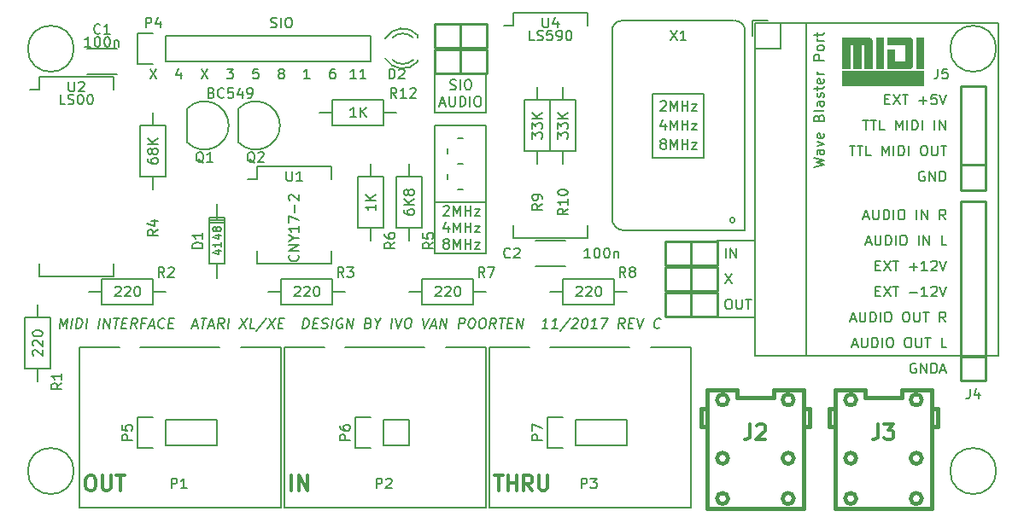
<source format=gbr>
G04 #@! TF.FileFunction,Legend,Top*
%FSLAX46Y46*%
G04 Gerber Fmt 4.6, Leading zero omitted, Abs format (unit mm)*
G04 Created by KiCad (PCBNEW 4.0.5+dfsg1-4) date Mon Aug 20 18:29:01 2018*
%MOMM*%
%LPD*%
G01*
G04 APERTURE LIST*
%ADD10C,0.100000*%
%ADD11C,0.200000*%
%ADD12C,0.150000*%
%ADD13C,0.180000*%
%ADD14C,0.300000*%
%ADD15C,0.254000*%
%ADD16C,0.010000*%
%ADD17C,0.381000*%
%ADD18C,0.304800*%
G04 APERTURE END LIST*
D10*
D11*
X116840000Y-30480000D02*
X116840000Y-26670000D01*
X111760000Y-30480000D02*
X116840000Y-30480000D01*
X111760000Y-26670000D02*
X111760000Y-30480000D01*
D12*
X113252381Y-28154762D02*
X113395238Y-28202381D01*
X113633334Y-28202381D01*
X113728572Y-28154762D01*
X113776191Y-28107143D01*
X113823810Y-28011905D01*
X113823810Y-27916667D01*
X113776191Y-27821429D01*
X113728572Y-27773810D01*
X113633334Y-27726190D01*
X113442857Y-27678571D01*
X113347619Y-27630952D01*
X113300000Y-27583333D01*
X113252381Y-27488095D01*
X113252381Y-27392857D01*
X113300000Y-27297619D01*
X113347619Y-27250000D01*
X113442857Y-27202381D01*
X113680953Y-27202381D01*
X113823810Y-27250000D01*
X114252381Y-28202381D02*
X114252381Y-27202381D01*
X114919047Y-27202381D02*
X115109524Y-27202381D01*
X115204762Y-27250000D01*
X115300000Y-27345238D01*
X115347619Y-27535714D01*
X115347619Y-27869048D01*
X115300000Y-28059524D01*
X115204762Y-28154762D01*
X115109524Y-28202381D01*
X114919047Y-28202381D01*
X114823809Y-28154762D01*
X114728571Y-28059524D01*
X114680952Y-27869048D01*
X114680952Y-27535714D01*
X114728571Y-27345238D01*
X114823809Y-27250000D01*
X114919047Y-27202381D01*
X112276191Y-29566667D02*
X112752382Y-29566667D01*
X112180953Y-29852381D02*
X112514286Y-28852381D01*
X112847620Y-29852381D01*
X113180953Y-28852381D02*
X113180953Y-29661905D01*
X113228572Y-29757143D01*
X113276191Y-29804762D01*
X113371429Y-29852381D01*
X113561906Y-29852381D01*
X113657144Y-29804762D01*
X113704763Y-29757143D01*
X113752382Y-29661905D01*
X113752382Y-28852381D01*
X114228572Y-29852381D02*
X114228572Y-28852381D01*
X114466667Y-28852381D01*
X114609525Y-28900000D01*
X114704763Y-28995238D01*
X114752382Y-29090476D01*
X114800001Y-29280952D01*
X114800001Y-29423810D01*
X114752382Y-29614286D01*
X114704763Y-29709524D01*
X114609525Y-29804762D01*
X114466667Y-29852381D01*
X114228572Y-29852381D01*
X115228572Y-29852381D02*
X115228572Y-28852381D01*
X115895238Y-28852381D02*
X116085715Y-28852381D01*
X116180953Y-28900000D01*
X116276191Y-28995238D01*
X116323810Y-29185714D01*
X116323810Y-29519048D01*
X116276191Y-29709524D01*
X116180953Y-29804762D01*
X116085715Y-29852381D01*
X115895238Y-29852381D01*
X115800000Y-29804762D01*
X115704762Y-29709524D01*
X115657143Y-29519048D01*
X115657143Y-29185714D01*
X115704762Y-28995238D01*
X115800000Y-28900000D01*
X115895238Y-28852381D01*
D11*
X111760000Y-39370000D02*
X111760000Y-31750000D01*
X116840000Y-39370000D02*
X111760000Y-39370000D01*
X116840000Y-31750000D02*
X116840000Y-39370000D01*
X111760000Y-31750000D02*
X116840000Y-31750000D01*
D12*
X103949524Y-27122381D02*
X103378095Y-27122381D01*
X103663809Y-27122381D02*
X103663809Y-26122381D01*
X103568571Y-26265238D01*
X103473333Y-26360476D01*
X103378095Y-26408095D01*
X104901905Y-27122381D02*
X104330476Y-27122381D01*
X104616190Y-27122381D02*
X104616190Y-26122381D01*
X104520952Y-26265238D01*
X104425714Y-26360476D01*
X104330476Y-26408095D01*
D11*
X114046000Y-38100000D02*
X114554000Y-38100000D01*
X114046000Y-35560000D02*
X114554000Y-35560000D01*
X114046000Y-33020000D02*
X114554000Y-33020000D01*
X113030000Y-36576000D02*
X113030000Y-37084000D01*
X113030000Y-34036000D02*
X113030000Y-34544000D01*
X133350000Y-34925000D02*
X133350000Y-28575000D01*
X138430000Y-34925000D02*
X133350000Y-34925000D01*
X138430000Y-28575000D02*
X138430000Y-34925000D01*
X133350000Y-28575000D02*
X138430000Y-28575000D01*
X139700000Y-43180000D02*
X143510000Y-43180000D01*
X139700000Y-50800000D02*
X143510000Y-50800000D01*
X116840000Y-44450000D02*
X116840000Y-39370000D01*
X111760000Y-44450000D02*
X116840000Y-44450000D01*
X111760000Y-39370000D02*
X111760000Y-44450000D01*
X159417143Y-55380000D02*
X159321905Y-55332381D01*
X159179048Y-55332381D01*
X159036190Y-55380000D01*
X158940952Y-55475238D01*
X158893333Y-55570476D01*
X158845714Y-55760952D01*
X158845714Y-55903810D01*
X158893333Y-56094286D01*
X158940952Y-56189524D01*
X159036190Y-56284762D01*
X159179048Y-56332381D01*
X159274286Y-56332381D01*
X159417143Y-56284762D01*
X159464762Y-56237143D01*
X159464762Y-55903810D01*
X159274286Y-55903810D01*
X159893333Y-56332381D02*
X159893333Y-55332381D01*
X160464762Y-56332381D01*
X160464762Y-55332381D01*
X160940952Y-56332381D02*
X160940952Y-55332381D01*
X161179047Y-55332381D01*
X161321905Y-55380000D01*
X161417143Y-55475238D01*
X161464762Y-55570476D01*
X161512381Y-55760952D01*
X161512381Y-55903810D01*
X161464762Y-56094286D01*
X161417143Y-56189524D01*
X161321905Y-56284762D01*
X161179047Y-56332381D01*
X160940952Y-56332381D01*
X161893333Y-56046667D02*
X162369524Y-56046667D01*
X161798095Y-56332381D02*
X162131428Y-55332381D01*
X162464762Y-56332381D01*
X153131428Y-53506667D02*
X153607619Y-53506667D01*
X153036190Y-53792381D02*
X153369523Y-52792381D01*
X153702857Y-53792381D01*
X154036190Y-52792381D02*
X154036190Y-53601905D01*
X154083809Y-53697143D01*
X154131428Y-53744762D01*
X154226666Y-53792381D01*
X154417143Y-53792381D01*
X154512381Y-53744762D01*
X154560000Y-53697143D01*
X154607619Y-53601905D01*
X154607619Y-52792381D01*
X155083809Y-53792381D02*
X155083809Y-52792381D01*
X155321904Y-52792381D01*
X155464762Y-52840000D01*
X155560000Y-52935238D01*
X155607619Y-53030476D01*
X155655238Y-53220952D01*
X155655238Y-53363810D01*
X155607619Y-53554286D01*
X155560000Y-53649524D01*
X155464762Y-53744762D01*
X155321904Y-53792381D01*
X155083809Y-53792381D01*
X156083809Y-53792381D02*
X156083809Y-52792381D01*
X156750475Y-52792381D02*
X156940952Y-52792381D01*
X157036190Y-52840000D01*
X157131428Y-52935238D01*
X157179047Y-53125714D01*
X157179047Y-53459048D01*
X157131428Y-53649524D01*
X157036190Y-53744762D01*
X156940952Y-53792381D01*
X156750475Y-53792381D01*
X156655237Y-53744762D01*
X156559999Y-53649524D01*
X156512380Y-53459048D01*
X156512380Y-53125714D01*
X156559999Y-52935238D01*
X156655237Y-52840000D01*
X156750475Y-52792381D01*
X158559999Y-52792381D02*
X158750476Y-52792381D01*
X158845714Y-52840000D01*
X158940952Y-52935238D01*
X158988571Y-53125714D01*
X158988571Y-53459048D01*
X158940952Y-53649524D01*
X158845714Y-53744762D01*
X158750476Y-53792381D01*
X158559999Y-53792381D01*
X158464761Y-53744762D01*
X158369523Y-53649524D01*
X158321904Y-53459048D01*
X158321904Y-53125714D01*
X158369523Y-52935238D01*
X158464761Y-52840000D01*
X158559999Y-52792381D01*
X159417142Y-52792381D02*
X159417142Y-53601905D01*
X159464761Y-53697143D01*
X159512380Y-53744762D01*
X159607618Y-53792381D01*
X159798095Y-53792381D01*
X159893333Y-53744762D01*
X159940952Y-53697143D01*
X159988571Y-53601905D01*
X159988571Y-52792381D01*
X160321904Y-52792381D02*
X160893333Y-52792381D01*
X160607618Y-53792381D02*
X160607618Y-52792381D01*
X162464762Y-53792381D02*
X161988571Y-53792381D01*
X161988571Y-52792381D01*
X152940952Y-50966667D02*
X153417143Y-50966667D01*
X152845714Y-51252381D02*
X153179047Y-50252381D01*
X153512381Y-51252381D01*
X153845714Y-50252381D02*
X153845714Y-51061905D01*
X153893333Y-51157143D01*
X153940952Y-51204762D01*
X154036190Y-51252381D01*
X154226667Y-51252381D01*
X154321905Y-51204762D01*
X154369524Y-51157143D01*
X154417143Y-51061905D01*
X154417143Y-50252381D01*
X154893333Y-51252381D02*
X154893333Y-50252381D01*
X155131428Y-50252381D01*
X155274286Y-50300000D01*
X155369524Y-50395238D01*
X155417143Y-50490476D01*
X155464762Y-50680952D01*
X155464762Y-50823810D01*
X155417143Y-51014286D01*
X155369524Y-51109524D01*
X155274286Y-51204762D01*
X155131428Y-51252381D01*
X154893333Y-51252381D01*
X155893333Y-51252381D02*
X155893333Y-50252381D01*
X156559999Y-50252381D02*
X156750476Y-50252381D01*
X156845714Y-50300000D01*
X156940952Y-50395238D01*
X156988571Y-50585714D01*
X156988571Y-50919048D01*
X156940952Y-51109524D01*
X156845714Y-51204762D01*
X156750476Y-51252381D01*
X156559999Y-51252381D01*
X156464761Y-51204762D01*
X156369523Y-51109524D01*
X156321904Y-50919048D01*
X156321904Y-50585714D01*
X156369523Y-50395238D01*
X156464761Y-50300000D01*
X156559999Y-50252381D01*
X158369523Y-50252381D02*
X158560000Y-50252381D01*
X158655238Y-50300000D01*
X158750476Y-50395238D01*
X158798095Y-50585714D01*
X158798095Y-50919048D01*
X158750476Y-51109524D01*
X158655238Y-51204762D01*
X158560000Y-51252381D01*
X158369523Y-51252381D01*
X158274285Y-51204762D01*
X158179047Y-51109524D01*
X158131428Y-50919048D01*
X158131428Y-50585714D01*
X158179047Y-50395238D01*
X158274285Y-50300000D01*
X158369523Y-50252381D01*
X159226666Y-50252381D02*
X159226666Y-51061905D01*
X159274285Y-51157143D01*
X159321904Y-51204762D01*
X159417142Y-51252381D01*
X159607619Y-51252381D01*
X159702857Y-51204762D01*
X159750476Y-51157143D01*
X159798095Y-51061905D01*
X159798095Y-50252381D01*
X160131428Y-50252381D02*
X160702857Y-50252381D01*
X160417142Y-51252381D02*
X160417142Y-50252381D01*
X162369524Y-51252381D02*
X162036190Y-50776190D01*
X161798095Y-51252381D02*
X161798095Y-50252381D01*
X162179048Y-50252381D01*
X162274286Y-50300000D01*
X162321905Y-50347619D01*
X162369524Y-50442857D01*
X162369524Y-50585714D01*
X162321905Y-50680952D01*
X162274286Y-50728571D01*
X162179048Y-50776190D01*
X161798095Y-50776190D01*
X155417142Y-48188571D02*
X155750476Y-48188571D01*
X155893333Y-48712381D02*
X155417142Y-48712381D01*
X155417142Y-47712381D01*
X155893333Y-47712381D01*
X156226666Y-47712381D02*
X156893333Y-48712381D01*
X156893333Y-47712381D02*
X156226666Y-48712381D01*
X157131428Y-47712381D02*
X157702857Y-47712381D01*
X157417142Y-48712381D02*
X157417142Y-47712381D01*
X158798095Y-48331429D02*
X159560000Y-48331429D01*
X160560000Y-48712381D02*
X159988571Y-48712381D01*
X160274285Y-48712381D02*
X160274285Y-47712381D01*
X160179047Y-47855238D01*
X160083809Y-47950476D01*
X159988571Y-47998095D01*
X160940952Y-47807619D02*
X160988571Y-47760000D01*
X161083809Y-47712381D01*
X161321905Y-47712381D01*
X161417143Y-47760000D01*
X161464762Y-47807619D01*
X161512381Y-47902857D01*
X161512381Y-47998095D01*
X161464762Y-48140952D01*
X160893333Y-48712381D01*
X161512381Y-48712381D01*
X161798095Y-47712381D02*
X162131428Y-48712381D01*
X162464762Y-47712381D01*
X155417142Y-45648571D02*
X155750476Y-45648571D01*
X155893333Y-46172381D02*
X155417142Y-46172381D01*
X155417142Y-45172381D01*
X155893333Y-45172381D01*
X156226666Y-45172381D02*
X156893333Y-46172381D01*
X156893333Y-45172381D02*
X156226666Y-46172381D01*
X157131428Y-45172381D02*
X157702857Y-45172381D01*
X157417142Y-46172381D02*
X157417142Y-45172381D01*
X158798095Y-45791429D02*
X159560000Y-45791429D01*
X159179048Y-46172381D02*
X159179048Y-45410476D01*
X160560000Y-46172381D02*
X159988571Y-46172381D01*
X160274285Y-46172381D02*
X160274285Y-45172381D01*
X160179047Y-45315238D01*
X160083809Y-45410476D01*
X159988571Y-45458095D01*
X160940952Y-45267619D02*
X160988571Y-45220000D01*
X161083809Y-45172381D01*
X161321905Y-45172381D01*
X161417143Y-45220000D01*
X161464762Y-45267619D01*
X161512381Y-45362857D01*
X161512381Y-45458095D01*
X161464762Y-45600952D01*
X160893333Y-46172381D01*
X161512381Y-46172381D01*
X161798095Y-45172381D02*
X162131428Y-46172381D01*
X162464762Y-45172381D01*
X154464762Y-43346667D02*
X154940953Y-43346667D01*
X154369524Y-43632381D02*
X154702857Y-42632381D01*
X155036191Y-43632381D01*
X155369524Y-42632381D02*
X155369524Y-43441905D01*
X155417143Y-43537143D01*
X155464762Y-43584762D01*
X155560000Y-43632381D01*
X155750477Y-43632381D01*
X155845715Y-43584762D01*
X155893334Y-43537143D01*
X155940953Y-43441905D01*
X155940953Y-42632381D01*
X156417143Y-43632381D02*
X156417143Y-42632381D01*
X156655238Y-42632381D01*
X156798096Y-42680000D01*
X156893334Y-42775238D01*
X156940953Y-42870476D01*
X156988572Y-43060952D01*
X156988572Y-43203810D01*
X156940953Y-43394286D01*
X156893334Y-43489524D01*
X156798096Y-43584762D01*
X156655238Y-43632381D01*
X156417143Y-43632381D01*
X157417143Y-43632381D02*
X157417143Y-42632381D01*
X158083809Y-42632381D02*
X158274286Y-42632381D01*
X158369524Y-42680000D01*
X158464762Y-42775238D01*
X158512381Y-42965714D01*
X158512381Y-43299048D01*
X158464762Y-43489524D01*
X158369524Y-43584762D01*
X158274286Y-43632381D01*
X158083809Y-43632381D01*
X157988571Y-43584762D01*
X157893333Y-43489524D01*
X157845714Y-43299048D01*
X157845714Y-42965714D01*
X157893333Y-42775238D01*
X157988571Y-42680000D01*
X158083809Y-42632381D01*
X159702857Y-43632381D02*
X159702857Y-42632381D01*
X160179047Y-43632381D02*
X160179047Y-42632381D01*
X160750476Y-43632381D01*
X160750476Y-42632381D01*
X162464762Y-43632381D02*
X161988571Y-43632381D01*
X161988571Y-42632381D01*
X154274286Y-40806667D02*
X154750477Y-40806667D01*
X154179048Y-41092381D02*
X154512381Y-40092381D01*
X154845715Y-41092381D01*
X155179048Y-40092381D02*
X155179048Y-40901905D01*
X155226667Y-40997143D01*
X155274286Y-41044762D01*
X155369524Y-41092381D01*
X155560001Y-41092381D01*
X155655239Y-41044762D01*
X155702858Y-40997143D01*
X155750477Y-40901905D01*
X155750477Y-40092381D01*
X156226667Y-41092381D02*
X156226667Y-40092381D01*
X156464762Y-40092381D01*
X156607620Y-40140000D01*
X156702858Y-40235238D01*
X156750477Y-40330476D01*
X156798096Y-40520952D01*
X156798096Y-40663810D01*
X156750477Y-40854286D01*
X156702858Y-40949524D01*
X156607620Y-41044762D01*
X156464762Y-41092381D01*
X156226667Y-41092381D01*
X157226667Y-41092381D02*
X157226667Y-40092381D01*
X157893333Y-40092381D02*
X158083810Y-40092381D01*
X158179048Y-40140000D01*
X158274286Y-40235238D01*
X158321905Y-40425714D01*
X158321905Y-40759048D01*
X158274286Y-40949524D01*
X158179048Y-41044762D01*
X158083810Y-41092381D01*
X157893333Y-41092381D01*
X157798095Y-41044762D01*
X157702857Y-40949524D01*
X157655238Y-40759048D01*
X157655238Y-40425714D01*
X157702857Y-40235238D01*
X157798095Y-40140000D01*
X157893333Y-40092381D01*
X159512381Y-41092381D02*
X159512381Y-40092381D01*
X159988571Y-41092381D02*
X159988571Y-40092381D01*
X160560000Y-41092381D01*
X160560000Y-40092381D01*
X162369524Y-41092381D02*
X162036190Y-40616190D01*
X161798095Y-41092381D02*
X161798095Y-40092381D01*
X162179048Y-40092381D01*
X162274286Y-40140000D01*
X162321905Y-40187619D01*
X162369524Y-40282857D01*
X162369524Y-40425714D01*
X162321905Y-40520952D01*
X162274286Y-40568571D01*
X162179048Y-40616190D01*
X161798095Y-40616190D01*
X160274286Y-36330000D02*
X160179048Y-36282381D01*
X160036191Y-36282381D01*
X159893333Y-36330000D01*
X159798095Y-36425238D01*
X159750476Y-36520476D01*
X159702857Y-36710952D01*
X159702857Y-36853810D01*
X159750476Y-37044286D01*
X159798095Y-37139524D01*
X159893333Y-37234762D01*
X160036191Y-37282381D01*
X160131429Y-37282381D01*
X160274286Y-37234762D01*
X160321905Y-37187143D01*
X160321905Y-36853810D01*
X160131429Y-36853810D01*
X160750476Y-37282381D02*
X160750476Y-36282381D01*
X161321905Y-37282381D01*
X161321905Y-36282381D01*
X161798095Y-37282381D02*
X161798095Y-36282381D01*
X162036190Y-36282381D01*
X162179048Y-36330000D01*
X162274286Y-36425238D01*
X162321905Y-36520476D01*
X162369524Y-36710952D01*
X162369524Y-36853810D01*
X162321905Y-37044286D01*
X162274286Y-37139524D01*
X162179048Y-37234762D01*
X162036190Y-37282381D01*
X161798095Y-37282381D01*
X152845714Y-33742381D02*
X153417143Y-33742381D01*
X153131428Y-34742381D02*
X153131428Y-33742381D01*
X153607619Y-33742381D02*
X154179048Y-33742381D01*
X153893333Y-34742381D02*
X153893333Y-33742381D01*
X154988572Y-34742381D02*
X154512381Y-34742381D01*
X154512381Y-33742381D01*
X156083810Y-34742381D02*
X156083810Y-33742381D01*
X156417144Y-34456667D01*
X156750477Y-33742381D01*
X156750477Y-34742381D01*
X157226667Y-34742381D02*
X157226667Y-33742381D01*
X157702857Y-34742381D02*
X157702857Y-33742381D01*
X157940952Y-33742381D01*
X158083810Y-33790000D01*
X158179048Y-33885238D01*
X158226667Y-33980476D01*
X158274286Y-34170952D01*
X158274286Y-34313810D01*
X158226667Y-34504286D01*
X158179048Y-34599524D01*
X158083810Y-34694762D01*
X157940952Y-34742381D01*
X157702857Y-34742381D01*
X158702857Y-34742381D02*
X158702857Y-33742381D01*
X160131428Y-33742381D02*
X160321905Y-33742381D01*
X160417143Y-33790000D01*
X160512381Y-33885238D01*
X160560000Y-34075714D01*
X160560000Y-34409048D01*
X160512381Y-34599524D01*
X160417143Y-34694762D01*
X160321905Y-34742381D01*
X160131428Y-34742381D01*
X160036190Y-34694762D01*
X159940952Y-34599524D01*
X159893333Y-34409048D01*
X159893333Y-34075714D01*
X159940952Y-33885238D01*
X160036190Y-33790000D01*
X160131428Y-33742381D01*
X160988571Y-33742381D02*
X160988571Y-34551905D01*
X161036190Y-34647143D01*
X161083809Y-34694762D01*
X161179047Y-34742381D01*
X161369524Y-34742381D01*
X161464762Y-34694762D01*
X161512381Y-34647143D01*
X161560000Y-34551905D01*
X161560000Y-33742381D01*
X161893333Y-33742381D02*
X162464762Y-33742381D01*
X162179047Y-34742381D02*
X162179047Y-33742381D01*
X154179048Y-31202381D02*
X154750477Y-31202381D01*
X154464762Y-32202381D02*
X154464762Y-31202381D01*
X154940953Y-31202381D02*
X155512382Y-31202381D01*
X155226667Y-32202381D02*
X155226667Y-31202381D01*
X156321906Y-32202381D02*
X155845715Y-32202381D01*
X155845715Y-31202381D01*
X157417144Y-32202381D02*
X157417144Y-31202381D01*
X157750478Y-31916667D01*
X158083811Y-31202381D01*
X158083811Y-32202381D01*
X158560001Y-32202381D02*
X158560001Y-31202381D01*
X159036191Y-32202381D02*
X159036191Y-31202381D01*
X159274286Y-31202381D01*
X159417144Y-31250000D01*
X159512382Y-31345238D01*
X159560001Y-31440476D01*
X159607620Y-31630952D01*
X159607620Y-31773810D01*
X159560001Y-31964286D01*
X159512382Y-32059524D01*
X159417144Y-32154762D01*
X159274286Y-32202381D01*
X159036191Y-32202381D01*
X160036191Y-32202381D02*
X160036191Y-31202381D01*
X161274286Y-32202381D02*
X161274286Y-31202381D01*
X161750476Y-32202381D02*
X161750476Y-31202381D01*
X162321905Y-32202381D01*
X162321905Y-31202381D01*
X156369523Y-29138571D02*
X156702857Y-29138571D01*
X156845714Y-29662381D02*
X156369523Y-29662381D01*
X156369523Y-28662381D01*
X156845714Y-28662381D01*
X157179047Y-28662381D02*
X157845714Y-29662381D01*
X157845714Y-28662381D02*
X157179047Y-29662381D01*
X158083809Y-28662381D02*
X158655238Y-28662381D01*
X158369523Y-29662381D02*
X158369523Y-28662381D01*
X159750476Y-29281429D02*
X160512381Y-29281429D01*
X160131429Y-29662381D02*
X160131429Y-28900476D01*
X161464762Y-28662381D02*
X160988571Y-28662381D01*
X160940952Y-29138571D01*
X160988571Y-29090952D01*
X161083809Y-29043333D01*
X161321905Y-29043333D01*
X161417143Y-29090952D01*
X161464762Y-29138571D01*
X161512381Y-29233810D01*
X161512381Y-29471905D01*
X161464762Y-29567143D01*
X161417143Y-29614762D01*
X161321905Y-29662381D01*
X161083809Y-29662381D01*
X160988571Y-29614762D01*
X160940952Y-29567143D01*
X161798095Y-28662381D02*
X162131428Y-29662381D01*
X162464762Y-28662381D01*
D13*
X140763571Y-48982381D02*
X140954048Y-48982381D01*
X141049286Y-49030000D01*
X141144524Y-49125238D01*
X141192143Y-49315714D01*
X141192143Y-49649048D01*
X141144524Y-49839524D01*
X141049286Y-49934762D01*
X140954048Y-49982381D01*
X140763571Y-49982381D01*
X140668333Y-49934762D01*
X140573095Y-49839524D01*
X140525476Y-49649048D01*
X140525476Y-49315714D01*
X140573095Y-49125238D01*
X140668333Y-49030000D01*
X140763571Y-48982381D01*
X141620714Y-48982381D02*
X141620714Y-49791905D01*
X141668333Y-49887143D01*
X141715952Y-49934762D01*
X141811190Y-49982381D01*
X142001667Y-49982381D01*
X142096905Y-49934762D01*
X142144524Y-49887143D01*
X142192143Y-49791905D01*
X142192143Y-48982381D01*
X142525476Y-48982381D02*
X143096905Y-48982381D01*
X142811190Y-49982381D02*
X142811190Y-48982381D01*
X140477857Y-46442381D02*
X141144524Y-47442381D01*
X141144524Y-46442381D02*
X140477857Y-47442381D01*
X140573095Y-44902381D02*
X140573095Y-43902381D01*
X141049285Y-44902381D02*
X141049285Y-43902381D01*
X141620714Y-44902381D01*
X141620714Y-43902381D01*
D11*
X143510000Y-54610000D02*
X167640000Y-54610000D01*
X167640000Y-21590000D02*
X143510000Y-21590000D01*
X167640000Y-54610000D02*
X167640000Y-21590000D01*
X143510000Y-21590000D02*
X143510000Y-54610000D01*
D14*
X77477857Y-66488571D02*
X77763571Y-66488571D01*
X77906429Y-66560000D01*
X78049286Y-66702857D01*
X78120714Y-66988571D01*
X78120714Y-67488571D01*
X78049286Y-67774286D01*
X77906429Y-67917143D01*
X77763571Y-67988571D01*
X77477857Y-67988571D01*
X77335000Y-67917143D01*
X77192143Y-67774286D01*
X77120714Y-67488571D01*
X77120714Y-66988571D01*
X77192143Y-66702857D01*
X77335000Y-66560000D01*
X77477857Y-66488571D01*
X78763572Y-66488571D02*
X78763572Y-67702857D01*
X78835000Y-67845714D01*
X78906429Y-67917143D01*
X79049286Y-67988571D01*
X79335000Y-67988571D01*
X79477858Y-67917143D01*
X79549286Y-67845714D01*
X79620715Y-67702857D01*
X79620715Y-66488571D01*
X80120715Y-66488571D02*
X80977858Y-66488571D01*
X80549287Y-67988571D02*
X80549287Y-66488571D01*
D12*
X88566667Y-26122381D02*
X89233334Y-27122381D01*
X89233334Y-26122381D02*
X88566667Y-27122381D01*
X83486667Y-26122381D02*
X84153334Y-27122381D01*
X84153334Y-26122381D02*
X83486667Y-27122381D01*
X91106667Y-26122381D02*
X91725715Y-26122381D01*
X91392381Y-26503333D01*
X91535239Y-26503333D01*
X91630477Y-26550952D01*
X91678096Y-26598571D01*
X91725715Y-26693810D01*
X91725715Y-26931905D01*
X91678096Y-27027143D01*
X91630477Y-27074762D01*
X91535239Y-27122381D01*
X91249524Y-27122381D01*
X91154286Y-27074762D01*
X91106667Y-27027143D01*
X99345715Y-27122381D02*
X98774286Y-27122381D01*
X99060000Y-27122381D02*
X99060000Y-26122381D01*
X98964762Y-26265238D01*
X98869524Y-26360476D01*
X98774286Y-26408095D01*
X86550477Y-26455714D02*
X86550477Y-27122381D01*
X86312381Y-26074762D02*
X86074286Y-26789048D01*
X86693334Y-26789048D01*
X94218096Y-26122381D02*
X93741905Y-26122381D01*
X93694286Y-26598571D01*
X93741905Y-26550952D01*
X93837143Y-26503333D01*
X94075239Y-26503333D01*
X94170477Y-26550952D01*
X94218096Y-26598571D01*
X94265715Y-26693810D01*
X94265715Y-26931905D01*
X94218096Y-27027143D01*
X94170477Y-27074762D01*
X94075239Y-27122381D01*
X93837143Y-27122381D01*
X93741905Y-27074762D01*
X93694286Y-27027143D01*
X101790477Y-26122381D02*
X101600000Y-26122381D01*
X101504762Y-26170000D01*
X101457143Y-26217619D01*
X101361905Y-26360476D01*
X101314286Y-26550952D01*
X101314286Y-26931905D01*
X101361905Y-27027143D01*
X101409524Y-27074762D01*
X101504762Y-27122381D01*
X101695239Y-27122381D01*
X101790477Y-27074762D01*
X101838096Y-27027143D01*
X101885715Y-26931905D01*
X101885715Y-26693810D01*
X101838096Y-26598571D01*
X101790477Y-26550952D01*
X101695239Y-26503333D01*
X101504762Y-26503333D01*
X101409524Y-26550952D01*
X101361905Y-26598571D01*
X101314286Y-26693810D01*
X96424762Y-26550952D02*
X96329524Y-26503333D01*
X96281905Y-26455714D01*
X96234286Y-26360476D01*
X96234286Y-26312857D01*
X96281905Y-26217619D01*
X96329524Y-26170000D01*
X96424762Y-26122381D01*
X96615239Y-26122381D01*
X96710477Y-26170000D01*
X96758096Y-26217619D01*
X96805715Y-26312857D01*
X96805715Y-26360476D01*
X96758096Y-26455714D01*
X96710477Y-26503333D01*
X96615239Y-26550952D01*
X96424762Y-26550952D01*
X96329524Y-26598571D01*
X96281905Y-26646190D01*
X96234286Y-26741429D01*
X96234286Y-26931905D01*
X96281905Y-27027143D01*
X96329524Y-27074762D01*
X96424762Y-27122381D01*
X96615239Y-27122381D01*
X96710477Y-27074762D01*
X96758096Y-27027143D01*
X96805715Y-26931905D01*
X96805715Y-26741429D01*
X96758096Y-26646190D01*
X96710477Y-26598571D01*
X96615239Y-26550952D01*
X112585476Y-39807619D02*
X112633095Y-39760000D01*
X112728333Y-39712381D01*
X112966429Y-39712381D01*
X113061667Y-39760000D01*
X113109286Y-39807619D01*
X113156905Y-39902857D01*
X113156905Y-39998095D01*
X113109286Y-40140952D01*
X112537857Y-40712381D01*
X113156905Y-40712381D01*
X113585476Y-40712381D02*
X113585476Y-39712381D01*
X113918810Y-40426667D01*
X114252143Y-39712381D01*
X114252143Y-40712381D01*
X114728333Y-40712381D02*
X114728333Y-39712381D01*
X114728333Y-40188571D02*
X115299762Y-40188571D01*
X115299762Y-40712381D02*
X115299762Y-39712381D01*
X115680714Y-40045714D02*
X116204524Y-40045714D01*
X115680714Y-40712381D01*
X116204524Y-40712381D01*
X113061667Y-41695714D02*
X113061667Y-42362381D01*
X112823571Y-41314762D02*
X112585476Y-42029048D01*
X113204524Y-42029048D01*
X113585476Y-42362381D02*
X113585476Y-41362381D01*
X113918810Y-42076667D01*
X114252143Y-41362381D01*
X114252143Y-42362381D01*
X114728333Y-42362381D02*
X114728333Y-41362381D01*
X114728333Y-41838571D02*
X115299762Y-41838571D01*
X115299762Y-42362381D02*
X115299762Y-41362381D01*
X115680714Y-41695714D02*
X116204524Y-41695714D01*
X115680714Y-42362381D01*
X116204524Y-42362381D01*
X112775952Y-43440952D02*
X112680714Y-43393333D01*
X112633095Y-43345714D01*
X112585476Y-43250476D01*
X112585476Y-43202857D01*
X112633095Y-43107619D01*
X112680714Y-43060000D01*
X112775952Y-43012381D01*
X112966429Y-43012381D01*
X113061667Y-43060000D01*
X113109286Y-43107619D01*
X113156905Y-43202857D01*
X113156905Y-43250476D01*
X113109286Y-43345714D01*
X113061667Y-43393333D01*
X112966429Y-43440952D01*
X112775952Y-43440952D01*
X112680714Y-43488571D01*
X112633095Y-43536190D01*
X112585476Y-43631429D01*
X112585476Y-43821905D01*
X112633095Y-43917143D01*
X112680714Y-43964762D01*
X112775952Y-44012381D01*
X112966429Y-44012381D01*
X113061667Y-43964762D01*
X113109286Y-43917143D01*
X113156905Y-43821905D01*
X113156905Y-43631429D01*
X113109286Y-43536190D01*
X113061667Y-43488571D01*
X112966429Y-43440952D01*
X113585476Y-44012381D02*
X113585476Y-43012381D01*
X113918810Y-43726667D01*
X114252143Y-43012381D01*
X114252143Y-44012381D01*
X114728333Y-44012381D02*
X114728333Y-43012381D01*
X114728333Y-43488571D02*
X115299762Y-43488571D01*
X115299762Y-44012381D02*
X115299762Y-43012381D01*
X115680714Y-43345714D02*
X116204524Y-43345714D01*
X115680714Y-44012381D01*
X116204524Y-44012381D01*
X134104286Y-29392619D02*
X134151905Y-29345000D01*
X134247143Y-29297381D01*
X134485239Y-29297381D01*
X134580477Y-29345000D01*
X134628096Y-29392619D01*
X134675715Y-29487857D01*
X134675715Y-29583095D01*
X134628096Y-29725952D01*
X134056667Y-30297381D01*
X134675715Y-30297381D01*
X135104286Y-30297381D02*
X135104286Y-29297381D01*
X135437620Y-30011667D01*
X135770953Y-29297381D01*
X135770953Y-30297381D01*
X136247143Y-30297381D02*
X136247143Y-29297381D01*
X136247143Y-29773571D02*
X136818572Y-29773571D01*
X136818572Y-30297381D02*
X136818572Y-29297381D01*
X137199524Y-29630714D02*
X137723334Y-29630714D01*
X137199524Y-30297381D01*
X137723334Y-30297381D01*
X134294762Y-33535952D02*
X134199524Y-33488333D01*
X134151905Y-33440714D01*
X134104286Y-33345476D01*
X134104286Y-33297857D01*
X134151905Y-33202619D01*
X134199524Y-33155000D01*
X134294762Y-33107381D01*
X134485239Y-33107381D01*
X134580477Y-33155000D01*
X134628096Y-33202619D01*
X134675715Y-33297857D01*
X134675715Y-33345476D01*
X134628096Y-33440714D01*
X134580477Y-33488333D01*
X134485239Y-33535952D01*
X134294762Y-33535952D01*
X134199524Y-33583571D01*
X134151905Y-33631190D01*
X134104286Y-33726429D01*
X134104286Y-33916905D01*
X134151905Y-34012143D01*
X134199524Y-34059762D01*
X134294762Y-34107381D01*
X134485239Y-34107381D01*
X134580477Y-34059762D01*
X134628096Y-34012143D01*
X134675715Y-33916905D01*
X134675715Y-33726429D01*
X134628096Y-33631190D01*
X134580477Y-33583571D01*
X134485239Y-33535952D01*
X135104286Y-34107381D02*
X135104286Y-33107381D01*
X135437620Y-33821667D01*
X135770953Y-33107381D01*
X135770953Y-34107381D01*
X136247143Y-34107381D02*
X136247143Y-33107381D01*
X136247143Y-33583571D02*
X136818572Y-33583571D01*
X136818572Y-34107381D02*
X136818572Y-33107381D01*
X137199524Y-33440714D02*
X137723334Y-33440714D01*
X137199524Y-34107381D01*
X137723334Y-34107381D01*
D13*
X74539047Y-51887381D02*
X74664047Y-50887381D01*
X74908096Y-51601667D01*
X75330714Y-50887381D01*
X75205714Y-51887381D01*
X75681904Y-51887381D02*
X75806904Y-50887381D01*
X76158094Y-51887381D02*
X76283094Y-50887381D01*
X76521189Y-50887381D01*
X76658095Y-50935000D01*
X76741428Y-51030238D01*
X76777143Y-51125476D01*
X76800952Y-51315952D01*
X76783095Y-51458810D01*
X76711666Y-51649286D01*
X76652143Y-51744524D01*
X76545000Y-51839762D01*
X76396189Y-51887381D01*
X76158094Y-51887381D01*
X77158094Y-51887381D02*
X77283094Y-50887381D01*
X78396189Y-51887381D02*
X78521189Y-50887381D01*
X78872379Y-51887381D02*
X78997379Y-50887381D01*
X79443808Y-51887381D01*
X79568808Y-50887381D01*
X79902141Y-50887381D02*
X80473570Y-50887381D01*
X80062855Y-51887381D02*
X80187855Y-50887381D01*
X80747380Y-51363571D02*
X81080714Y-51363571D01*
X81158094Y-51887381D02*
X80681903Y-51887381D01*
X80806903Y-50887381D01*
X81283094Y-50887381D01*
X82158094Y-51887381D02*
X81884284Y-51411190D01*
X81586665Y-51887381D02*
X81711665Y-50887381D01*
X82092618Y-50887381D01*
X82181904Y-50935000D01*
X82223571Y-50982619D01*
X82259285Y-51077857D01*
X82241428Y-51220714D01*
X82181904Y-51315952D01*
X82128333Y-51363571D01*
X82027142Y-51411190D01*
X81646189Y-51411190D01*
X82985476Y-51363571D02*
X82652142Y-51363571D01*
X82586665Y-51887381D02*
X82711665Y-50887381D01*
X83187856Y-50887381D01*
X83431904Y-51601667D02*
X83908095Y-51601667D01*
X83300951Y-51887381D02*
X83759284Y-50887381D01*
X83967618Y-51887381D01*
X84884285Y-51792143D02*
X84830714Y-51839762D01*
X84681904Y-51887381D01*
X84586666Y-51887381D01*
X84449761Y-51839762D01*
X84366428Y-51744524D01*
X84330713Y-51649286D01*
X84306904Y-51458810D01*
X84324761Y-51315952D01*
X84396190Y-51125476D01*
X84455713Y-51030238D01*
X84562856Y-50935000D01*
X84711666Y-50887381D01*
X84806904Y-50887381D01*
X84943809Y-50935000D01*
X84985476Y-50982619D01*
X85366428Y-51363571D02*
X85699762Y-51363571D01*
X85777142Y-51887381D02*
X85300951Y-51887381D01*
X85425951Y-50887381D01*
X85902142Y-50887381D01*
X87717619Y-51601667D02*
X88193810Y-51601667D01*
X87586666Y-51887381D02*
X88044999Y-50887381D01*
X88253333Y-51887381D01*
X88568809Y-50887381D02*
X89140238Y-50887381D01*
X88729523Y-51887381D02*
X88854523Y-50887381D01*
X89336667Y-51601667D02*
X89812858Y-51601667D01*
X89205714Y-51887381D02*
X89664047Y-50887381D01*
X89872381Y-51887381D01*
X90777143Y-51887381D02*
X90503333Y-51411190D01*
X90205714Y-51887381D02*
X90330714Y-50887381D01*
X90711667Y-50887381D01*
X90800953Y-50935000D01*
X90842620Y-50982619D01*
X90878334Y-51077857D01*
X90860477Y-51220714D01*
X90800953Y-51315952D01*
X90747382Y-51363571D01*
X90646191Y-51411190D01*
X90265238Y-51411190D01*
X91205714Y-51887381D02*
X91330714Y-50887381D01*
X92473571Y-50887381D02*
X93015238Y-51887381D01*
X93140238Y-50887381D02*
X92348571Y-51887381D01*
X93872381Y-51887381D02*
X93396190Y-51887381D01*
X93521190Y-50887381D01*
X95050953Y-50839762D02*
X94033095Y-52125476D01*
X95283095Y-50887381D02*
X95824762Y-51887381D01*
X95949762Y-50887381D02*
X95158095Y-51887381D01*
X96271191Y-51363571D02*
X96604525Y-51363571D01*
X96681905Y-51887381D02*
X96205714Y-51887381D01*
X96330714Y-50887381D01*
X96806905Y-50887381D01*
X98634286Y-51887381D02*
X98759286Y-50887381D01*
X98997381Y-50887381D01*
X99134287Y-50935000D01*
X99217620Y-51030238D01*
X99253335Y-51125476D01*
X99277144Y-51315952D01*
X99259287Y-51458810D01*
X99187858Y-51649286D01*
X99128335Y-51744524D01*
X99021192Y-51839762D01*
X98872381Y-51887381D01*
X98634286Y-51887381D01*
X99699763Y-51363571D02*
X100033097Y-51363571D01*
X100110477Y-51887381D02*
X99634286Y-51887381D01*
X99759286Y-50887381D01*
X100235477Y-50887381D01*
X100497382Y-51839762D02*
X100634286Y-51887381D01*
X100872382Y-51887381D01*
X100973573Y-51839762D01*
X101027144Y-51792143D01*
X101086668Y-51696905D01*
X101098573Y-51601667D01*
X101062858Y-51506429D01*
X101021192Y-51458810D01*
X100931906Y-51411190D01*
X100747382Y-51363571D01*
X100658096Y-51315952D01*
X100616429Y-51268333D01*
X100580715Y-51173095D01*
X100592620Y-51077857D01*
X100652144Y-50982619D01*
X100705715Y-50935000D01*
X100806905Y-50887381D01*
X101045001Y-50887381D01*
X101181906Y-50935000D01*
X101491429Y-51887381D02*
X101616429Y-50887381D01*
X102610477Y-50935000D02*
X102521191Y-50887381D01*
X102378334Y-50887381D01*
X102229524Y-50935000D01*
X102122381Y-51030238D01*
X102062858Y-51125476D01*
X101991429Y-51315952D01*
X101973572Y-51458810D01*
X101997381Y-51649286D01*
X102033096Y-51744524D01*
X102116429Y-51839762D01*
X102253334Y-51887381D01*
X102348572Y-51887381D01*
X102497382Y-51839762D01*
X102550953Y-51792143D01*
X102592620Y-51458810D01*
X102402144Y-51458810D01*
X102967619Y-51887381D02*
X103092619Y-50887381D01*
X103539048Y-51887381D01*
X103664048Y-50887381D01*
X105175954Y-51363571D02*
X105312858Y-51411190D01*
X105354525Y-51458810D01*
X105390239Y-51554048D01*
X105372382Y-51696905D01*
X105312858Y-51792143D01*
X105259287Y-51839762D01*
X105158096Y-51887381D01*
X104777143Y-51887381D01*
X104902143Y-50887381D01*
X105235477Y-50887381D01*
X105324763Y-50935000D01*
X105366430Y-50982619D01*
X105402144Y-51077857D01*
X105390239Y-51173095D01*
X105330715Y-51268333D01*
X105277144Y-51315952D01*
X105175954Y-51363571D01*
X104842620Y-51363571D01*
X106027143Y-51411190D02*
X105967619Y-51887381D01*
X105759286Y-50887381D02*
X106027143Y-51411190D01*
X106425953Y-50887381D01*
X107396191Y-51887381D02*
X107521191Y-50887381D01*
X107854524Y-50887381D02*
X108062857Y-51887381D01*
X108521191Y-50887381D01*
X109045000Y-50887381D02*
X109235477Y-50887381D01*
X109324763Y-50935000D01*
X109408096Y-51030238D01*
X109431906Y-51220714D01*
X109390239Y-51554048D01*
X109318811Y-51744524D01*
X109211668Y-51839762D01*
X109110477Y-51887381D01*
X108920000Y-51887381D01*
X108830715Y-51839762D01*
X108747382Y-51744524D01*
X108723572Y-51554048D01*
X108765239Y-51220714D01*
X108836667Y-51030238D01*
X108943810Y-50935000D01*
X109045000Y-50887381D01*
X110521191Y-50887381D02*
X110729524Y-51887381D01*
X111187858Y-50887381D01*
X111384287Y-51601667D02*
X111860478Y-51601667D01*
X111253334Y-51887381D02*
X111711667Y-50887381D01*
X111920001Y-51887381D01*
X112253334Y-51887381D02*
X112378334Y-50887381D01*
X112824763Y-51887381D01*
X112949763Y-50887381D01*
X114062858Y-51887381D02*
X114187858Y-50887381D01*
X114568811Y-50887381D01*
X114658097Y-50935000D01*
X114699764Y-50982619D01*
X114735478Y-51077857D01*
X114717621Y-51220714D01*
X114658097Y-51315952D01*
X114604526Y-51363571D01*
X114503335Y-51411190D01*
X114122382Y-51411190D01*
X115378334Y-50887381D02*
X115568811Y-50887381D01*
X115658097Y-50935000D01*
X115741430Y-51030238D01*
X115765240Y-51220714D01*
X115723573Y-51554048D01*
X115652145Y-51744524D01*
X115545002Y-51839762D01*
X115443811Y-51887381D01*
X115253334Y-51887381D01*
X115164049Y-51839762D01*
X115080716Y-51744524D01*
X115056906Y-51554048D01*
X115098573Y-51220714D01*
X115170001Y-51030238D01*
X115277144Y-50935000D01*
X115378334Y-50887381D01*
X116425953Y-50887381D02*
X116616430Y-50887381D01*
X116705716Y-50935000D01*
X116789049Y-51030238D01*
X116812859Y-51220714D01*
X116771192Y-51554048D01*
X116699764Y-51744524D01*
X116592621Y-51839762D01*
X116491430Y-51887381D01*
X116300953Y-51887381D01*
X116211668Y-51839762D01*
X116128335Y-51744524D01*
X116104525Y-51554048D01*
X116146192Y-51220714D01*
X116217620Y-51030238D01*
X116324763Y-50935000D01*
X116425953Y-50887381D01*
X117729525Y-51887381D02*
X117455715Y-51411190D01*
X117158096Y-51887381D02*
X117283096Y-50887381D01*
X117664049Y-50887381D01*
X117753335Y-50935000D01*
X117795002Y-50982619D01*
X117830716Y-51077857D01*
X117812859Y-51220714D01*
X117753335Y-51315952D01*
X117699764Y-51363571D01*
X117598573Y-51411190D01*
X117217620Y-51411190D01*
X118140239Y-50887381D02*
X118711668Y-50887381D01*
X118300953Y-51887381D02*
X118425953Y-50887381D01*
X118985478Y-51363571D02*
X119318812Y-51363571D01*
X119396192Y-51887381D02*
X118920001Y-51887381D01*
X119045001Y-50887381D01*
X119521192Y-50887381D01*
X119824763Y-51887381D02*
X119949763Y-50887381D01*
X120396192Y-51887381D01*
X120521192Y-50887381D01*
X122920002Y-51887381D02*
X122348573Y-51887381D01*
X122634287Y-51887381D02*
X122759287Y-50887381D01*
X122646192Y-51030238D01*
X122539050Y-51125476D01*
X122437859Y-51173095D01*
X123872383Y-51887381D02*
X123300954Y-51887381D01*
X123586668Y-51887381D02*
X123711668Y-50887381D01*
X123598573Y-51030238D01*
X123491431Y-51125476D01*
X123390240Y-51173095D01*
X125146193Y-50839762D02*
X124128335Y-52125476D01*
X125414050Y-50982619D02*
X125467621Y-50935000D01*
X125568811Y-50887381D01*
X125806907Y-50887381D01*
X125896193Y-50935000D01*
X125937860Y-50982619D01*
X125973574Y-51077857D01*
X125961669Y-51173095D01*
X125896193Y-51315952D01*
X125253335Y-51887381D01*
X125872383Y-51887381D01*
X126616430Y-50887381D02*
X126711669Y-50887381D01*
X126800955Y-50935000D01*
X126842622Y-50982619D01*
X126878336Y-51077857D01*
X126902145Y-51268333D01*
X126872383Y-51506429D01*
X126800955Y-51696905D01*
X126741431Y-51792143D01*
X126687860Y-51839762D01*
X126586669Y-51887381D01*
X126491430Y-51887381D01*
X126402145Y-51839762D01*
X126360478Y-51792143D01*
X126324764Y-51696905D01*
X126300954Y-51506429D01*
X126330716Y-51268333D01*
X126402145Y-51077857D01*
X126461669Y-50982619D01*
X126515240Y-50935000D01*
X126616430Y-50887381D01*
X127777145Y-51887381D02*
X127205716Y-51887381D01*
X127491430Y-51887381D02*
X127616430Y-50887381D01*
X127503335Y-51030238D01*
X127396193Y-51125476D01*
X127295002Y-51173095D01*
X128235478Y-50887381D02*
X128902145Y-50887381D01*
X128348573Y-51887381D01*
X130491431Y-51887381D02*
X130217621Y-51411190D01*
X129920002Y-51887381D02*
X130045002Y-50887381D01*
X130425955Y-50887381D01*
X130515241Y-50935000D01*
X130556908Y-50982619D01*
X130592622Y-51077857D01*
X130574765Y-51220714D01*
X130515241Y-51315952D01*
X130461670Y-51363571D01*
X130360479Y-51411190D01*
X129979526Y-51411190D01*
X130985479Y-51363571D02*
X131318813Y-51363571D01*
X131396193Y-51887381D02*
X130920002Y-51887381D01*
X131045002Y-50887381D01*
X131521193Y-50887381D01*
X131806907Y-50887381D02*
X132015240Y-51887381D01*
X132473574Y-50887381D01*
X134027146Y-51792143D02*
X133973575Y-51839762D01*
X133824765Y-51887381D01*
X133729527Y-51887381D01*
X133592622Y-51839762D01*
X133509289Y-51744524D01*
X133473574Y-51649286D01*
X133449765Y-51458810D01*
X133467622Y-51315952D01*
X133539051Y-51125476D01*
X133598574Y-51030238D01*
X133705717Y-50935000D01*
X133854527Y-50887381D01*
X133949765Y-50887381D01*
X134086670Y-50935000D01*
X134128337Y-50982619D01*
D14*
X117617857Y-66488571D02*
X118475000Y-66488571D01*
X118046429Y-67988571D02*
X118046429Y-66488571D01*
X118975000Y-67988571D02*
X118975000Y-66488571D01*
X118975000Y-67202857D02*
X119832143Y-67202857D01*
X119832143Y-67988571D02*
X119832143Y-66488571D01*
X121403572Y-67988571D02*
X120903572Y-67274286D01*
X120546429Y-67988571D02*
X120546429Y-66488571D01*
X121117857Y-66488571D01*
X121260715Y-66560000D01*
X121332143Y-66631429D01*
X121403572Y-66774286D01*
X121403572Y-66988571D01*
X121332143Y-67131429D01*
X121260715Y-67202857D01*
X121117857Y-67274286D01*
X120546429Y-67274286D01*
X122046429Y-66488571D02*
X122046429Y-67702857D01*
X122117857Y-67845714D01*
X122189286Y-67917143D01*
X122332143Y-67988571D01*
X122617857Y-67988571D01*
X122760715Y-67917143D01*
X122832143Y-67845714D01*
X122903572Y-67702857D01*
X122903572Y-66488571D01*
X97512143Y-67988571D02*
X97512143Y-66488571D01*
X98226429Y-67988571D02*
X98226429Y-66488571D01*
X99083572Y-67988571D01*
X99083572Y-66488571D01*
D12*
X92280000Y-30050000D02*
X92280000Y-33450000D01*
X92282944Y-30052944D02*
G75*
G02X96380000Y-31750000I1697056J-1697056D01*
G01*
X92282944Y-33447056D02*
G75*
G03X96380000Y-31750000I1697056J1697056D01*
G01*
X72525000Y-26915000D02*
X72525000Y-28185000D01*
X79875000Y-26915000D02*
X79875000Y-28185000D01*
X79875000Y-46745000D02*
X79875000Y-45475000D01*
X72525000Y-46745000D02*
X72525000Y-45475000D01*
X72525000Y-26915000D02*
X79875000Y-26915000D01*
X72525000Y-46745000D02*
X79875000Y-46745000D01*
X72525000Y-28185000D02*
X71590000Y-28185000D01*
X112840000Y-53761000D02*
X116800000Y-53761000D01*
X102856000Y-53761000D02*
X110730000Y-53761000D01*
X116800000Y-53761000D02*
X116800000Y-69688000D01*
X96800000Y-69688000D02*
X116800000Y-69688000D01*
X96800000Y-53761000D02*
X96800000Y-69688000D01*
X96800000Y-53761000D02*
X100760500Y-53761000D01*
X92520000Y-53761000D02*
X96480000Y-53761000D01*
X82536000Y-53761000D02*
X90410000Y-53761000D01*
X96480000Y-53761000D02*
X96480000Y-69688000D01*
X76480000Y-69688000D02*
X96480000Y-69688000D01*
X76480000Y-53761000D02*
X76480000Y-69688000D01*
X76480000Y-53761000D02*
X80440500Y-53761000D01*
X141478000Y-41148000D02*
G75*
G03X141478000Y-41148000I-254000J0D01*
G01*
X130489960Y-42148760D02*
X142488920Y-42148760D01*
X142488920Y-22349460D02*
X142488920Y-42148760D01*
X130289300Y-21351240D02*
X141389100Y-21351240D01*
X129291080Y-40850820D02*
X129291080Y-22349460D01*
X130289300Y-21351240D02*
G75*
G03X129291080Y-22349460I0J-998220D01*
G01*
X129291080Y-40954960D02*
G75*
G03X130489960Y-42153840I1198880J0D01*
G01*
X142488920Y-22349460D02*
G75*
G03X141490700Y-21351240I-998220J0D01*
G01*
X75946000Y-66040000D02*
G75*
G03X75946000Y-66040000I-2286000J0D01*
G01*
X167386000Y-66040000D02*
G75*
G03X167386000Y-66040000I-2286000J0D01*
G01*
X167386000Y-24130000D02*
G75*
G03X167386000Y-24130000I-2286000J0D01*
G01*
X90172540Y-45466520D02*
X90172540Y-46863520D01*
X90172540Y-41021520D02*
X90172540Y-39497520D01*
X90934540Y-41402520D02*
X89410540Y-41402520D01*
X90934540Y-41148520D02*
X89410540Y-41148520D01*
X90172540Y-40894520D02*
X89410540Y-40894520D01*
X89410540Y-40894520D02*
X89410540Y-45466520D01*
X89410540Y-45466520D02*
X90934540Y-45466520D01*
X90934540Y-45466520D02*
X90934540Y-40894520D01*
X90934540Y-40894520D02*
X90172540Y-40894520D01*
X133160000Y-53761000D02*
X137120000Y-53761000D01*
X123176000Y-53761000D02*
X131050000Y-53761000D01*
X137120000Y-53761000D02*
X137120000Y-69688000D01*
X117120000Y-69688000D02*
X137120000Y-69688000D01*
X117120000Y-53761000D02*
X117120000Y-69688000D01*
X117120000Y-53761000D02*
X121080500Y-53761000D01*
X87200000Y-30050000D02*
X87200000Y-33450000D01*
X87202944Y-30052944D02*
G75*
G02X91300000Y-31750000I1697056J-1697056D01*
G01*
X87202944Y-33447056D02*
G75*
G03X91300000Y-31750000I1697056J1697056D01*
G01*
X94115000Y-35805000D02*
X94115000Y-37075000D01*
X101465000Y-35805000D02*
X101465000Y-37075000D01*
X101465000Y-45475000D02*
X101465000Y-44205000D01*
X94115000Y-45475000D02*
X94115000Y-44205000D01*
X94115000Y-35805000D02*
X101465000Y-35805000D01*
X94115000Y-45475000D02*
X101465000Y-45475000D01*
X94115000Y-37075000D02*
X93180000Y-37075000D01*
X80260000Y-26650000D02*
X77260000Y-26650000D01*
X77260000Y-24150000D02*
X80260000Y-24150000D01*
X78740000Y-46990000D02*
X83820000Y-46990000D01*
X83820000Y-46990000D02*
X83820000Y-49530000D01*
X83820000Y-49530000D02*
X78740000Y-49530000D01*
X78740000Y-49530000D02*
X78740000Y-46990000D01*
X78740000Y-48260000D02*
X77470000Y-48260000D01*
X83820000Y-48260000D02*
X85090000Y-48260000D01*
X96520000Y-46990000D02*
X101600000Y-46990000D01*
X101600000Y-46990000D02*
X101600000Y-49530000D01*
X101600000Y-49530000D02*
X96520000Y-49530000D01*
X96520000Y-49530000D02*
X96520000Y-46990000D01*
X96520000Y-48260000D02*
X95250000Y-48260000D01*
X101600000Y-48260000D02*
X102870000Y-48260000D01*
X82550000Y-36830000D02*
X82550000Y-31750000D01*
X82550000Y-31750000D02*
X85090000Y-31750000D01*
X85090000Y-31750000D02*
X85090000Y-36830000D01*
X85090000Y-36830000D02*
X82550000Y-36830000D01*
X83820000Y-36830000D02*
X83820000Y-38100000D01*
X83820000Y-31750000D02*
X83820000Y-30480000D01*
X107950000Y-41910000D02*
X107950000Y-36830000D01*
X107950000Y-36830000D02*
X110490000Y-36830000D01*
X110490000Y-36830000D02*
X110490000Y-41910000D01*
X110490000Y-41910000D02*
X107950000Y-41910000D01*
X109220000Y-41910000D02*
X109220000Y-43180000D01*
X109220000Y-36830000D02*
X109220000Y-35560000D01*
X106680000Y-36830000D02*
X106680000Y-41910000D01*
X106680000Y-41910000D02*
X104140000Y-41910000D01*
X104140000Y-41910000D02*
X104140000Y-36830000D01*
X104140000Y-36830000D02*
X106680000Y-36830000D01*
X105410000Y-36830000D02*
X105410000Y-35560000D01*
X105410000Y-41910000D02*
X105410000Y-43180000D01*
X110490000Y-46990000D02*
X115570000Y-46990000D01*
X115570000Y-46990000D02*
X115570000Y-49530000D01*
X115570000Y-49530000D02*
X110490000Y-49530000D01*
X110490000Y-49530000D02*
X110490000Y-46990000D01*
X110490000Y-48260000D02*
X109220000Y-48260000D01*
X115570000Y-48260000D02*
X116840000Y-48260000D01*
X129540000Y-49530000D02*
X124460000Y-49530000D01*
X124460000Y-49530000D02*
X124460000Y-46990000D01*
X124460000Y-46990000D02*
X129540000Y-46990000D01*
X129540000Y-46990000D02*
X129540000Y-49530000D01*
X129540000Y-48260000D02*
X130810000Y-48260000D01*
X124460000Y-48260000D02*
X123190000Y-48260000D01*
X73660000Y-50800000D02*
X73660000Y-55880000D01*
X73660000Y-55880000D02*
X71120000Y-55880000D01*
X71120000Y-55880000D02*
X71120000Y-50800000D01*
X71120000Y-50800000D02*
X73660000Y-50800000D01*
X72390000Y-50800000D02*
X72390000Y-49530000D01*
X72390000Y-55880000D02*
X72390000Y-57150000D01*
X85090000Y-63500000D02*
X90170000Y-63500000D01*
X90170000Y-63500000D02*
X90170000Y-60960000D01*
X90170000Y-60960000D02*
X85090000Y-60960000D01*
X82270000Y-60680000D02*
X83820000Y-60680000D01*
X85090000Y-60960000D02*
X85090000Y-63500000D01*
X83820000Y-63780000D02*
X82270000Y-63780000D01*
X82270000Y-63780000D02*
X82270000Y-60680000D01*
X106680000Y-60960000D02*
X109220000Y-60960000D01*
X103860000Y-60680000D02*
X105410000Y-60680000D01*
X106680000Y-60960000D02*
X106680000Y-63500000D01*
X105410000Y-63780000D02*
X103860000Y-63780000D01*
X103860000Y-63780000D02*
X103860000Y-60680000D01*
X106680000Y-63500000D02*
X109220000Y-63500000D01*
X109220000Y-63500000D02*
X109220000Y-60960000D01*
X125730000Y-63500000D02*
X130810000Y-63500000D01*
X130810000Y-63500000D02*
X130810000Y-60960000D01*
X130810000Y-60960000D02*
X125730000Y-60960000D01*
X122910000Y-60680000D02*
X124460000Y-60680000D01*
X125730000Y-60960000D02*
X125730000Y-63500000D01*
X124460000Y-63780000D02*
X122910000Y-63780000D01*
X122910000Y-63780000D02*
X122910000Y-60680000D01*
X119515000Y-20565000D02*
X119515000Y-21835000D01*
X126865000Y-20565000D02*
X126865000Y-21835000D01*
X126865000Y-42935000D02*
X126865000Y-41665000D01*
X119515000Y-42935000D02*
X119515000Y-41665000D01*
X119515000Y-20565000D02*
X126865000Y-20565000D01*
X119515000Y-42935000D02*
X126865000Y-42935000D01*
X119515000Y-21835000D02*
X118580000Y-21835000D01*
X75946000Y-24130000D02*
G75*
G03X75946000Y-24130000I-2286000J0D01*
G01*
X101600000Y-29210000D02*
X106680000Y-29210000D01*
X106680000Y-29210000D02*
X106680000Y-31750000D01*
X106680000Y-31750000D02*
X101600000Y-31750000D01*
X101600000Y-31750000D02*
X101600000Y-29210000D01*
X101600000Y-30480000D02*
X100330000Y-30480000D01*
X106680000Y-30480000D02*
X107950000Y-30480000D01*
X148590000Y-21590000D02*
X148590000Y-54610000D01*
X143510000Y-24130000D02*
X143510000Y-54610000D01*
X148590000Y-54610000D02*
X143510000Y-54610000D01*
X148590000Y-21590000D02*
X146050000Y-21590000D01*
X144780000Y-21310000D02*
X143230000Y-21310000D01*
X146050000Y-21590000D02*
X146050000Y-24130000D01*
X146050000Y-24130000D02*
X143510000Y-24130000D01*
X143230000Y-21310000D02*
X143230000Y-22860000D01*
D15*
X137160000Y-43250000D02*
X137160000Y-45650000D01*
X139760000Y-45650000D02*
X134560000Y-45650000D01*
X134560000Y-45650000D02*
X134560000Y-43250000D01*
X134560000Y-43250000D02*
X139760000Y-43250000D01*
X139760000Y-43250000D02*
X139760000Y-45650000D01*
X137160000Y-45790000D02*
X137160000Y-48190000D01*
X139760000Y-48190000D02*
X134560000Y-48190000D01*
X134560000Y-48190000D02*
X134560000Y-45790000D01*
X134560000Y-45790000D02*
X139760000Y-45790000D01*
X139760000Y-45790000D02*
X139760000Y-48190000D01*
X137160000Y-48330000D02*
X137160000Y-50730000D01*
X139760000Y-50730000D02*
X134560000Y-50730000D01*
X134560000Y-50730000D02*
X134560000Y-48330000D01*
X134560000Y-48330000D02*
X139760000Y-48330000D01*
X139760000Y-48330000D02*
X139760000Y-50730000D01*
D16*
G36*
X160189333Y-27770666D02*
X152103666Y-27770666D01*
X152103666Y-26359555D01*
X160189333Y-26359555D01*
X160189333Y-27770666D01*
X160189333Y-27770666D01*
G37*
X160189333Y-27770666D02*
X152103666Y-27770666D01*
X152103666Y-26359555D01*
X160189333Y-26359555D01*
X160189333Y-27770666D01*
G36*
X153468916Y-23032515D02*
X154805944Y-23036389D01*
X154862389Y-23073595D01*
X154946542Y-23141590D01*
X155005396Y-23218590D01*
X155020390Y-23248055D01*
X155024611Y-23258685D01*
X155028351Y-23271868D01*
X155031644Y-23289314D01*
X155034526Y-23312733D01*
X155037032Y-23343836D01*
X155039196Y-23384335D01*
X155041053Y-23435938D01*
X155042640Y-23500358D01*
X155043989Y-23579305D01*
X155045138Y-23674489D01*
X155046119Y-23787620D01*
X155046970Y-23920411D01*
X155047724Y-24074570D01*
X155048416Y-24251810D01*
X155049082Y-24453839D01*
X155049756Y-24682370D01*
X155049761Y-24683861D01*
X155053688Y-26063222D01*
X154347333Y-26063222D01*
X154347333Y-23734889D01*
X153952222Y-23734889D01*
X153952222Y-26063222D01*
X153246666Y-26063222D01*
X153246666Y-23734889D01*
X152837444Y-23734889D01*
X152837444Y-26063222D01*
X152131889Y-26063222D01*
X152131889Y-23028642D01*
X153468916Y-23032515D01*
X153468916Y-23032515D01*
G37*
X153468916Y-23032515D02*
X154805944Y-23036389D01*
X154862389Y-23073595D01*
X154946542Y-23141590D01*
X155005396Y-23218590D01*
X155020390Y-23248055D01*
X155024611Y-23258685D01*
X155028351Y-23271868D01*
X155031644Y-23289314D01*
X155034526Y-23312733D01*
X155037032Y-23343836D01*
X155039196Y-23384335D01*
X155041053Y-23435938D01*
X155042640Y-23500358D01*
X155043989Y-23579305D01*
X155045138Y-23674489D01*
X155046119Y-23787620D01*
X155046970Y-23920411D01*
X155047724Y-24074570D01*
X155048416Y-24251810D01*
X155049082Y-24453839D01*
X155049756Y-24682370D01*
X155049761Y-24683861D01*
X155053688Y-26063222D01*
X154347333Y-26063222D01*
X154347333Y-23734889D01*
X153952222Y-23734889D01*
X153952222Y-26063222D01*
X153246666Y-26063222D01*
X153246666Y-23734889D01*
X152837444Y-23734889D01*
X152837444Y-26063222D01*
X152131889Y-26063222D01*
X152131889Y-23028642D01*
X153468916Y-23032515D01*
G36*
X156181778Y-26063222D02*
X155490333Y-26063222D01*
X155490333Y-23015222D01*
X156181778Y-23015222D01*
X156181778Y-26063222D01*
X156181778Y-26063222D01*
G37*
X156181778Y-26063222D02*
X155490333Y-26063222D01*
X155490333Y-23015222D01*
X156181778Y-23015222D01*
X156181778Y-26063222D01*
G36*
X157695194Y-23032454D02*
X157899001Y-23033180D01*
X158076508Y-23033866D01*
X158229640Y-23034567D01*
X158360319Y-23035340D01*
X158470468Y-23036240D01*
X158562011Y-23037326D01*
X158636870Y-23038652D01*
X158696968Y-23040275D01*
X158744230Y-23042251D01*
X158780577Y-23044637D01*
X158807933Y-23047488D01*
X158828221Y-23050862D01*
X158843364Y-23054814D01*
X158855285Y-23059401D01*
X158865907Y-23064679D01*
X158869944Y-23066846D01*
X158951966Y-23126870D01*
X159016302Y-23207866D01*
X159027083Y-23226889D01*
X159031609Y-23236382D01*
X159035585Y-23247977D01*
X159039046Y-23263458D01*
X159042028Y-23284607D01*
X159044567Y-23313208D01*
X159046698Y-23351043D01*
X159048456Y-23399896D01*
X159049877Y-23461549D01*
X159050997Y-23537786D01*
X159051852Y-23630389D01*
X159052476Y-23741143D01*
X159052905Y-23871828D01*
X159053175Y-24024230D01*
X159053322Y-24200130D01*
X159053381Y-24401312D01*
X159053389Y-24546277D01*
X159053368Y-24764825D01*
X159053282Y-24956933D01*
X159053096Y-25124385D01*
X159052774Y-25268963D01*
X159052281Y-25392452D01*
X159051580Y-25496634D01*
X159050636Y-25583291D01*
X159049415Y-25654208D01*
X159047879Y-25711167D01*
X159045994Y-25755951D01*
X159043724Y-25790343D01*
X159041034Y-25816126D01*
X159037888Y-25835083D01*
X159034250Y-25848997D01*
X159030086Y-25859652D01*
X159027083Y-25865666D01*
X158966791Y-25950586D01*
X158888158Y-26015201D01*
X158869944Y-26025709D01*
X158859275Y-26031279D01*
X158848026Y-26036133D01*
X158834266Y-26040325D01*
X158816065Y-26043914D01*
X158791492Y-26046956D01*
X158758616Y-26049508D01*
X158715506Y-26051627D01*
X158660231Y-26053369D01*
X158590860Y-26054791D01*
X158505463Y-26055950D01*
X158402108Y-26056903D01*
X158278864Y-26057707D01*
X158133802Y-26058418D01*
X157964989Y-26059094D01*
X157770494Y-26059790D01*
X157703398Y-26060024D01*
X156593297Y-26063881D01*
X156588510Y-25135746D01*
X156587691Y-24976694D01*
X156586920Y-24826197D01*
X156586208Y-24686593D01*
X156585567Y-24560214D01*
X156585009Y-24449398D01*
X156584545Y-24356478D01*
X156584188Y-24283792D01*
X156583948Y-24233673D01*
X156583838Y-24208457D01*
X156583833Y-24205853D01*
X156597338Y-24204982D01*
X156635257Y-24203457D01*
X156693794Y-24201406D01*
X156769151Y-24198959D01*
X156857532Y-24196244D01*
X156933194Y-24194019D01*
X157282444Y-24183943D01*
X157282444Y-24542773D01*
X157282850Y-24657935D01*
X157283988Y-24779546D01*
X157285733Y-24899754D01*
X157287964Y-25010709D01*
X157290559Y-25104558D01*
X157291716Y-25136690D01*
X157300987Y-25371777D01*
X158354889Y-25371777D01*
X158354889Y-23720777D01*
X156576889Y-23720777D01*
X156576889Y-23028519D01*
X157695194Y-23032454D01*
X157695194Y-23032454D01*
G37*
X157695194Y-23032454D02*
X157899001Y-23033180D01*
X158076508Y-23033866D01*
X158229640Y-23034567D01*
X158360319Y-23035340D01*
X158470468Y-23036240D01*
X158562011Y-23037326D01*
X158636870Y-23038652D01*
X158696968Y-23040275D01*
X158744230Y-23042251D01*
X158780577Y-23044637D01*
X158807933Y-23047488D01*
X158828221Y-23050862D01*
X158843364Y-23054814D01*
X158855285Y-23059401D01*
X158865907Y-23064679D01*
X158869944Y-23066846D01*
X158951966Y-23126870D01*
X159016302Y-23207866D01*
X159027083Y-23226889D01*
X159031609Y-23236382D01*
X159035585Y-23247977D01*
X159039046Y-23263458D01*
X159042028Y-23284607D01*
X159044567Y-23313208D01*
X159046698Y-23351043D01*
X159048456Y-23399896D01*
X159049877Y-23461549D01*
X159050997Y-23537786D01*
X159051852Y-23630389D01*
X159052476Y-23741143D01*
X159052905Y-23871828D01*
X159053175Y-24024230D01*
X159053322Y-24200130D01*
X159053381Y-24401312D01*
X159053389Y-24546277D01*
X159053368Y-24764825D01*
X159053282Y-24956933D01*
X159053096Y-25124385D01*
X159052774Y-25268963D01*
X159052281Y-25392452D01*
X159051580Y-25496634D01*
X159050636Y-25583291D01*
X159049415Y-25654208D01*
X159047879Y-25711167D01*
X159045994Y-25755951D01*
X159043724Y-25790343D01*
X159041034Y-25816126D01*
X159037888Y-25835083D01*
X159034250Y-25848997D01*
X159030086Y-25859652D01*
X159027083Y-25865666D01*
X158966791Y-25950586D01*
X158888158Y-26015201D01*
X158869944Y-26025709D01*
X158859275Y-26031279D01*
X158848026Y-26036133D01*
X158834266Y-26040325D01*
X158816065Y-26043914D01*
X158791492Y-26046956D01*
X158758616Y-26049508D01*
X158715506Y-26051627D01*
X158660231Y-26053369D01*
X158590860Y-26054791D01*
X158505463Y-26055950D01*
X158402108Y-26056903D01*
X158278864Y-26057707D01*
X158133802Y-26058418D01*
X157964989Y-26059094D01*
X157770494Y-26059790D01*
X157703398Y-26060024D01*
X156593297Y-26063881D01*
X156588510Y-25135746D01*
X156587691Y-24976694D01*
X156586920Y-24826197D01*
X156586208Y-24686593D01*
X156585567Y-24560214D01*
X156585009Y-24449398D01*
X156584545Y-24356478D01*
X156584188Y-24283792D01*
X156583948Y-24233673D01*
X156583838Y-24208457D01*
X156583833Y-24205853D01*
X156597338Y-24204982D01*
X156635257Y-24203457D01*
X156693794Y-24201406D01*
X156769151Y-24198959D01*
X156857532Y-24196244D01*
X156933194Y-24194019D01*
X157282444Y-24183943D01*
X157282444Y-24542773D01*
X157282850Y-24657935D01*
X157283988Y-24779546D01*
X157285733Y-24899754D01*
X157287964Y-25010709D01*
X157290559Y-25104558D01*
X157291716Y-25136690D01*
X157300987Y-25371777D01*
X158354889Y-25371777D01*
X158354889Y-23720777D01*
X156576889Y-23720777D01*
X156576889Y-23028519D01*
X157695194Y-23032454D01*
G36*
X160175222Y-26063222D02*
X159483778Y-26063222D01*
X159483778Y-23015222D01*
X160175222Y-23015222D01*
X160175222Y-26063222D01*
X160175222Y-26063222D01*
G37*
X160175222Y-26063222D02*
X159483778Y-26063222D01*
X159483778Y-23015222D01*
X160175222Y-23015222D01*
X160175222Y-26063222D01*
D15*
X163900000Y-54660000D02*
X166300000Y-54660000D01*
X163900000Y-57060000D02*
X166300000Y-57060000D01*
X166300000Y-57060000D02*
X166300000Y-39260000D01*
X166300000Y-39260000D02*
X163900000Y-39260000D01*
X163900000Y-39260000D02*
X163900000Y-57060000D01*
X163900000Y-27820000D02*
X163900000Y-38220000D01*
X166300000Y-38220000D02*
X166300000Y-27820000D01*
X163900000Y-38220000D02*
X166300000Y-38220000D01*
X166300000Y-35620000D02*
X163900000Y-35620000D01*
X163900000Y-27820000D02*
X166300000Y-27820000D01*
D12*
X124710000Y-45700000D02*
X121710000Y-45700000D01*
X121710000Y-43200000D02*
X124710000Y-43200000D01*
X123190000Y-29210000D02*
X123190000Y-34290000D01*
X123190000Y-34290000D02*
X120650000Y-34290000D01*
X120650000Y-34290000D02*
X120650000Y-29210000D01*
X120650000Y-29210000D02*
X123190000Y-29210000D01*
X121920000Y-29210000D02*
X121920000Y-27940000D01*
X121920000Y-34290000D02*
X121920000Y-35560000D01*
X125730000Y-29210000D02*
X125730000Y-34290000D01*
X125730000Y-34290000D02*
X123190000Y-34290000D01*
X123190000Y-34290000D02*
X123190000Y-29210000D01*
X123190000Y-29210000D02*
X125730000Y-29210000D01*
X124460000Y-29210000D02*
X124460000Y-27940000D01*
X124460000Y-34290000D02*
X124460000Y-35560000D01*
X110054000Y-22816000D02*
X110054000Y-23016000D01*
X110054000Y-25410000D02*
X110054000Y-25230000D01*
X106826256Y-25099643D02*
G75*
G03X110054000Y-25416000I1727744J1003643D01*
G01*
X107501994Y-25229068D02*
G75*
G03X109605000Y-25230000I1052006J1133068D01*
G01*
X110041220Y-22789274D02*
G75*
G03X106804000Y-23136000I-1497220J-1306726D01*
G01*
X109567889Y-23016747D02*
G75*
G03X107520000Y-23036000I-1013889J-1079253D01*
G01*
D17*
X140807440Y-58971180D02*
G75*
G03X140807440Y-58971180I-548640J0D01*
G01*
X147314716Y-58971180D02*
G75*
G03X147314716Y-58971180I-553516J0D01*
G01*
X147314489Y-68770500D02*
G75*
G03X147314489Y-68770500I-553289J0D01*
G01*
X140809787Y-68770500D02*
G75*
G03X140809787Y-68770500I-550987J0D01*
G01*
X140807440Y-64770000D02*
G75*
G03X140807440Y-64770000I-548640J0D01*
G01*
X147314716Y-64770000D02*
G75*
G03X147314716Y-64770000I-553516J0D01*
G01*
X148310600Y-59870340D02*
X148910040Y-59870340D01*
X148910040Y-59870340D02*
X148910040Y-61671200D01*
X148910040Y-61671200D02*
X148310600Y-61671200D01*
X138109960Y-59870340D02*
X138709400Y-59870340D01*
X138709400Y-61671200D02*
X138109960Y-61671200D01*
X138109960Y-61671200D02*
X138109960Y-59870340D01*
X138709400Y-57970420D02*
X141709140Y-57970420D01*
X141709140Y-57970420D02*
X141709140Y-58770520D01*
X141709140Y-58770520D02*
X145310860Y-58770520D01*
X145310860Y-58770520D02*
X145310860Y-57970420D01*
X145310860Y-57970420D02*
X148310600Y-57970420D01*
X148310600Y-69771260D02*
X138709400Y-69771260D01*
X138709400Y-69768720D02*
X138709400Y-57967880D01*
X148310600Y-57970420D02*
X148310600Y-69771260D01*
X153507440Y-58971180D02*
G75*
G03X153507440Y-58971180I-548640J0D01*
G01*
X160014716Y-58971180D02*
G75*
G03X160014716Y-58971180I-553516J0D01*
G01*
X160014489Y-68770500D02*
G75*
G03X160014489Y-68770500I-553289J0D01*
G01*
X153509787Y-68770500D02*
G75*
G03X153509787Y-68770500I-550987J0D01*
G01*
X153507440Y-64770000D02*
G75*
G03X153507440Y-64770000I-548640J0D01*
G01*
X160014716Y-64770000D02*
G75*
G03X160014716Y-64770000I-553516J0D01*
G01*
X161010600Y-59870340D02*
X161610040Y-59870340D01*
X161610040Y-59870340D02*
X161610040Y-61671200D01*
X161610040Y-61671200D02*
X161010600Y-61671200D01*
X150809960Y-59870340D02*
X151409400Y-59870340D01*
X151409400Y-61671200D02*
X150809960Y-61671200D01*
X150809960Y-61671200D02*
X150809960Y-59870340D01*
X151409400Y-57970420D02*
X154409140Y-57970420D01*
X154409140Y-57970420D02*
X154409140Y-58770520D01*
X154409140Y-58770520D02*
X158010860Y-58770520D01*
X158010860Y-58770520D02*
X158010860Y-57970420D01*
X158010860Y-57970420D02*
X161010600Y-57970420D01*
X161010600Y-69771260D02*
X151409400Y-69771260D01*
X151409400Y-69768720D02*
X151409400Y-57967880D01*
X161010600Y-57970420D02*
X161010600Y-69771260D01*
D12*
X85090000Y-22860000D02*
X105410000Y-22860000D01*
X105410000Y-22860000D02*
X105410000Y-25400000D01*
X105410000Y-25400000D02*
X85090000Y-25400000D01*
X82270000Y-22580000D02*
X83820000Y-22580000D01*
X85090000Y-22860000D02*
X85090000Y-25400000D01*
X83820000Y-25680000D02*
X82270000Y-25680000D01*
X82270000Y-25680000D02*
X82270000Y-22580000D01*
D15*
X114300000Y-24060000D02*
X114300000Y-21660000D01*
X111700000Y-21660000D02*
X116900000Y-21660000D01*
X116900000Y-21660000D02*
X116900000Y-24060000D01*
X116900000Y-24060000D02*
X111700000Y-24060000D01*
X111700000Y-24060000D02*
X111700000Y-21660000D01*
X114300000Y-26600000D02*
X114300000Y-24200000D01*
X111700000Y-24200000D02*
X116900000Y-24200000D01*
X116900000Y-24200000D02*
X116900000Y-26600000D01*
X116900000Y-26600000D02*
X111700000Y-26600000D01*
X111700000Y-26600000D02*
X111700000Y-24200000D01*
D12*
X93884762Y-35472619D02*
X93789524Y-35425000D01*
X93694286Y-35329762D01*
X93551429Y-35186905D01*
X93456190Y-35139286D01*
X93360952Y-35139286D01*
X93408571Y-35377381D02*
X93313333Y-35329762D01*
X93218095Y-35234524D01*
X93170476Y-35044048D01*
X93170476Y-34710714D01*
X93218095Y-34520238D01*
X93313333Y-34425000D01*
X93408571Y-34377381D01*
X93599048Y-34377381D01*
X93694286Y-34425000D01*
X93789524Y-34520238D01*
X93837143Y-34710714D01*
X93837143Y-35044048D01*
X93789524Y-35234524D01*
X93694286Y-35329762D01*
X93599048Y-35377381D01*
X93408571Y-35377381D01*
X94218095Y-34472619D02*
X94265714Y-34425000D01*
X94360952Y-34377381D01*
X94599048Y-34377381D01*
X94694286Y-34425000D01*
X94741905Y-34472619D01*
X94789524Y-34567857D01*
X94789524Y-34663095D01*
X94741905Y-34805952D01*
X94170476Y-35377381D01*
X94789524Y-35377381D01*
X75438095Y-27392381D02*
X75438095Y-28201905D01*
X75485714Y-28297143D01*
X75533333Y-28344762D01*
X75628571Y-28392381D01*
X75819048Y-28392381D01*
X75914286Y-28344762D01*
X75961905Y-28297143D01*
X76009524Y-28201905D01*
X76009524Y-27392381D01*
X76438095Y-27487619D02*
X76485714Y-27440000D01*
X76580952Y-27392381D01*
X76819048Y-27392381D01*
X76914286Y-27440000D01*
X76961905Y-27487619D01*
X77009524Y-27582857D01*
X77009524Y-27678095D01*
X76961905Y-27820952D01*
X76390476Y-28392381D01*
X77009524Y-28392381D01*
X75080953Y-29662381D02*
X74604762Y-29662381D01*
X74604762Y-28662381D01*
X75366667Y-29614762D02*
X75509524Y-29662381D01*
X75747620Y-29662381D01*
X75842858Y-29614762D01*
X75890477Y-29567143D01*
X75938096Y-29471905D01*
X75938096Y-29376667D01*
X75890477Y-29281429D01*
X75842858Y-29233810D01*
X75747620Y-29186190D01*
X75557143Y-29138571D01*
X75461905Y-29090952D01*
X75414286Y-29043333D01*
X75366667Y-28948095D01*
X75366667Y-28852857D01*
X75414286Y-28757619D01*
X75461905Y-28710000D01*
X75557143Y-28662381D01*
X75795239Y-28662381D01*
X75938096Y-28710000D01*
X76557143Y-28662381D02*
X76652382Y-28662381D01*
X76747620Y-28710000D01*
X76795239Y-28757619D01*
X76842858Y-28852857D01*
X76890477Y-29043333D01*
X76890477Y-29281429D01*
X76842858Y-29471905D01*
X76795239Y-29567143D01*
X76747620Y-29614762D01*
X76652382Y-29662381D01*
X76557143Y-29662381D01*
X76461905Y-29614762D01*
X76414286Y-29567143D01*
X76366667Y-29471905D01*
X76319048Y-29281429D01*
X76319048Y-29043333D01*
X76366667Y-28852857D01*
X76414286Y-28757619D01*
X76461905Y-28710000D01*
X76557143Y-28662381D01*
X77509524Y-28662381D02*
X77604763Y-28662381D01*
X77700001Y-28710000D01*
X77747620Y-28757619D01*
X77795239Y-28852857D01*
X77842858Y-29043333D01*
X77842858Y-29281429D01*
X77795239Y-29471905D01*
X77747620Y-29567143D01*
X77700001Y-29614762D01*
X77604763Y-29662381D01*
X77509524Y-29662381D01*
X77414286Y-29614762D01*
X77366667Y-29567143D01*
X77319048Y-29471905D01*
X77271429Y-29281429D01*
X77271429Y-29043333D01*
X77319048Y-28852857D01*
X77366667Y-28757619D01*
X77414286Y-28710000D01*
X77509524Y-28662381D01*
X105941905Y-67762381D02*
X105941905Y-66762381D01*
X106322858Y-66762381D01*
X106418096Y-66810000D01*
X106465715Y-66857619D01*
X106513334Y-66952857D01*
X106513334Y-67095714D01*
X106465715Y-67190952D01*
X106418096Y-67238571D01*
X106322858Y-67286190D01*
X105941905Y-67286190D01*
X106894286Y-66857619D02*
X106941905Y-66810000D01*
X107037143Y-66762381D01*
X107275239Y-66762381D01*
X107370477Y-66810000D01*
X107418096Y-66857619D01*
X107465715Y-66952857D01*
X107465715Y-67048095D01*
X107418096Y-67190952D01*
X106846667Y-67762381D01*
X107465715Y-67762381D01*
X85621905Y-67762381D02*
X85621905Y-66762381D01*
X86002858Y-66762381D01*
X86098096Y-66810000D01*
X86145715Y-66857619D01*
X86193334Y-66952857D01*
X86193334Y-67095714D01*
X86145715Y-67190952D01*
X86098096Y-67238571D01*
X86002858Y-67286190D01*
X85621905Y-67286190D01*
X87145715Y-67762381D02*
X86574286Y-67762381D01*
X86860000Y-67762381D02*
X86860000Y-66762381D01*
X86764762Y-66905238D01*
X86669524Y-67000476D01*
X86574286Y-67048095D01*
X135080476Y-22312381D02*
X135747143Y-23312381D01*
X135747143Y-22312381D02*
X135080476Y-23312381D01*
X136651905Y-23312381D02*
X136080476Y-23312381D01*
X136366190Y-23312381D02*
X136366190Y-22312381D01*
X136270952Y-22455238D01*
X136175714Y-22550476D01*
X136080476Y-22598095D01*
X134580477Y-31535714D02*
X134580477Y-32202381D01*
X134342381Y-31154762D02*
X134104286Y-31869048D01*
X134723334Y-31869048D01*
X135104286Y-32202381D02*
X135104286Y-31202381D01*
X135437620Y-31916667D01*
X135770953Y-31202381D01*
X135770953Y-32202381D01*
X136247143Y-32202381D02*
X136247143Y-31202381D01*
X136247143Y-31678571D02*
X136818572Y-31678571D01*
X136818572Y-32202381D02*
X136818572Y-31202381D01*
X137199524Y-31535714D02*
X137723334Y-31535714D01*
X137199524Y-32202381D01*
X137723334Y-32202381D01*
X88717381Y-43918095D02*
X87717381Y-43918095D01*
X87717381Y-43680000D01*
X87765000Y-43537142D01*
X87860238Y-43441904D01*
X87955476Y-43394285D01*
X88145952Y-43346666D01*
X88288810Y-43346666D01*
X88479286Y-43394285D01*
X88574524Y-43441904D01*
X88669762Y-43537142D01*
X88717381Y-43680000D01*
X88717381Y-43918095D01*
X88717381Y-42394285D02*
X88717381Y-42965714D01*
X88717381Y-42680000D02*
X87717381Y-42680000D01*
X87860238Y-42775238D01*
X87955476Y-42870476D01*
X88003095Y-42965714D01*
X89998571Y-44170477D02*
X90531905Y-44170477D01*
X89693810Y-44360953D02*
X90265238Y-44551429D01*
X90265238Y-44056191D01*
X90531905Y-43332381D02*
X90531905Y-43789524D01*
X90531905Y-43560953D02*
X89731905Y-43560953D01*
X89846190Y-43637143D01*
X89922381Y-43713334D01*
X89960476Y-43789524D01*
X89998571Y-42646667D02*
X90531905Y-42646667D01*
X89693810Y-42837143D02*
X90265238Y-43027619D01*
X90265238Y-42532381D01*
X90074762Y-42113333D02*
X90036667Y-42189524D01*
X89998571Y-42227619D01*
X89922381Y-42265714D01*
X89884286Y-42265714D01*
X89808095Y-42227619D01*
X89770000Y-42189524D01*
X89731905Y-42113333D01*
X89731905Y-41960952D01*
X89770000Y-41884762D01*
X89808095Y-41846666D01*
X89884286Y-41808571D01*
X89922381Y-41808571D01*
X89998571Y-41846666D01*
X90036667Y-41884762D01*
X90074762Y-41960952D01*
X90074762Y-42113333D01*
X90112857Y-42189524D01*
X90150952Y-42227619D01*
X90227143Y-42265714D01*
X90379524Y-42265714D01*
X90455714Y-42227619D01*
X90493810Y-42189524D01*
X90531905Y-42113333D01*
X90531905Y-41960952D01*
X90493810Y-41884762D01*
X90455714Y-41846666D01*
X90379524Y-41808571D01*
X90227143Y-41808571D01*
X90150952Y-41846666D01*
X90112857Y-41884762D01*
X90074762Y-41960952D01*
X126261905Y-67762381D02*
X126261905Y-66762381D01*
X126642858Y-66762381D01*
X126738096Y-66810000D01*
X126785715Y-66857619D01*
X126833334Y-66952857D01*
X126833334Y-67095714D01*
X126785715Y-67190952D01*
X126738096Y-67238571D01*
X126642858Y-67286190D01*
X126261905Y-67286190D01*
X127166667Y-66762381D02*
X127785715Y-66762381D01*
X127452381Y-67143333D01*
X127595239Y-67143333D01*
X127690477Y-67190952D01*
X127738096Y-67238571D01*
X127785715Y-67333810D01*
X127785715Y-67571905D01*
X127738096Y-67667143D01*
X127690477Y-67714762D01*
X127595239Y-67762381D01*
X127309524Y-67762381D01*
X127214286Y-67714762D01*
X127166667Y-67667143D01*
X88804762Y-35472619D02*
X88709524Y-35425000D01*
X88614286Y-35329762D01*
X88471429Y-35186905D01*
X88376190Y-35139286D01*
X88280952Y-35139286D01*
X88328571Y-35377381D02*
X88233333Y-35329762D01*
X88138095Y-35234524D01*
X88090476Y-35044048D01*
X88090476Y-34710714D01*
X88138095Y-34520238D01*
X88233333Y-34425000D01*
X88328571Y-34377381D01*
X88519048Y-34377381D01*
X88614286Y-34425000D01*
X88709524Y-34520238D01*
X88757143Y-34710714D01*
X88757143Y-35044048D01*
X88709524Y-35234524D01*
X88614286Y-35329762D01*
X88519048Y-35377381D01*
X88328571Y-35377381D01*
X89709524Y-35377381D02*
X89138095Y-35377381D01*
X89423809Y-35377381D02*
X89423809Y-34377381D01*
X89328571Y-34520238D01*
X89233333Y-34615476D01*
X89138095Y-34663095D01*
X89582858Y-28503571D02*
X89725715Y-28551190D01*
X89773334Y-28598810D01*
X89820953Y-28694048D01*
X89820953Y-28836905D01*
X89773334Y-28932143D01*
X89725715Y-28979762D01*
X89630477Y-29027381D01*
X89249524Y-29027381D01*
X89249524Y-28027381D01*
X89582858Y-28027381D01*
X89678096Y-28075000D01*
X89725715Y-28122619D01*
X89773334Y-28217857D01*
X89773334Y-28313095D01*
X89725715Y-28408333D01*
X89678096Y-28455952D01*
X89582858Y-28503571D01*
X89249524Y-28503571D01*
X90820953Y-28932143D02*
X90773334Y-28979762D01*
X90630477Y-29027381D01*
X90535239Y-29027381D01*
X90392381Y-28979762D01*
X90297143Y-28884524D01*
X90249524Y-28789286D01*
X90201905Y-28598810D01*
X90201905Y-28455952D01*
X90249524Y-28265476D01*
X90297143Y-28170238D01*
X90392381Y-28075000D01*
X90535239Y-28027381D01*
X90630477Y-28027381D01*
X90773334Y-28075000D01*
X90820953Y-28122619D01*
X91725715Y-28027381D02*
X91249524Y-28027381D01*
X91201905Y-28503571D01*
X91249524Y-28455952D01*
X91344762Y-28408333D01*
X91582858Y-28408333D01*
X91678096Y-28455952D01*
X91725715Y-28503571D01*
X91773334Y-28598810D01*
X91773334Y-28836905D01*
X91725715Y-28932143D01*
X91678096Y-28979762D01*
X91582858Y-29027381D01*
X91344762Y-29027381D01*
X91249524Y-28979762D01*
X91201905Y-28932143D01*
X92630477Y-28360714D02*
X92630477Y-29027381D01*
X92392381Y-27979762D02*
X92154286Y-28694048D01*
X92773334Y-28694048D01*
X93201905Y-29027381D02*
X93392381Y-29027381D01*
X93487620Y-28979762D01*
X93535239Y-28932143D01*
X93630477Y-28789286D01*
X93678096Y-28598810D01*
X93678096Y-28217857D01*
X93630477Y-28122619D01*
X93582858Y-28075000D01*
X93487620Y-28027381D01*
X93297143Y-28027381D01*
X93201905Y-28075000D01*
X93154286Y-28122619D01*
X93106667Y-28217857D01*
X93106667Y-28455952D01*
X93154286Y-28551190D01*
X93201905Y-28598810D01*
X93297143Y-28646429D01*
X93487620Y-28646429D01*
X93582858Y-28598810D01*
X93630477Y-28551190D01*
X93678096Y-28455952D01*
X97028095Y-36282381D02*
X97028095Y-37091905D01*
X97075714Y-37187143D01*
X97123333Y-37234762D01*
X97218571Y-37282381D01*
X97409048Y-37282381D01*
X97504286Y-37234762D01*
X97551905Y-37187143D01*
X97599524Y-37091905D01*
X97599524Y-36282381D01*
X98599524Y-37282381D02*
X98028095Y-37282381D01*
X98313809Y-37282381D02*
X98313809Y-36282381D01*
X98218571Y-36425238D01*
X98123333Y-36520476D01*
X98028095Y-36568095D01*
X98147143Y-44600476D02*
X98194762Y-44648095D01*
X98242381Y-44790952D01*
X98242381Y-44886190D01*
X98194762Y-45029048D01*
X98099524Y-45124286D01*
X98004286Y-45171905D01*
X97813810Y-45219524D01*
X97670952Y-45219524D01*
X97480476Y-45171905D01*
X97385238Y-45124286D01*
X97290000Y-45029048D01*
X97242381Y-44886190D01*
X97242381Y-44790952D01*
X97290000Y-44648095D01*
X97337619Y-44600476D01*
X98242381Y-44171905D02*
X97242381Y-44171905D01*
X98242381Y-43600476D01*
X97242381Y-43600476D01*
X97766190Y-42933810D02*
X98242381Y-42933810D01*
X97242381Y-43267143D02*
X97766190Y-42933810D01*
X97242381Y-42600476D01*
X98242381Y-41743333D02*
X98242381Y-42314762D01*
X98242381Y-42029048D02*
X97242381Y-42029048D01*
X97385238Y-42124286D01*
X97480476Y-42219524D01*
X97528095Y-42314762D01*
X97242381Y-41410000D02*
X97242381Y-40743333D01*
X98242381Y-41171905D01*
X97861429Y-40362381D02*
X97861429Y-39600476D01*
X97337619Y-39171905D02*
X97290000Y-39124286D01*
X97242381Y-39029048D01*
X97242381Y-38790952D01*
X97290000Y-38695714D01*
X97337619Y-38648095D01*
X97432857Y-38600476D01*
X97528095Y-38600476D01*
X97670952Y-38648095D01*
X98242381Y-39219524D01*
X98242381Y-38600476D01*
X78573334Y-22582143D02*
X78525715Y-22629762D01*
X78382858Y-22677381D01*
X78287620Y-22677381D01*
X78144762Y-22629762D01*
X78049524Y-22534524D01*
X78001905Y-22439286D01*
X77954286Y-22248810D01*
X77954286Y-22105952D01*
X78001905Y-21915476D01*
X78049524Y-21820238D01*
X78144762Y-21725000D01*
X78287620Y-21677381D01*
X78382858Y-21677381D01*
X78525715Y-21725000D01*
X78573334Y-21772619D01*
X79525715Y-22677381D02*
X78954286Y-22677381D01*
X79240000Y-22677381D02*
X79240000Y-21677381D01*
X79144762Y-21820238D01*
X79049524Y-21915476D01*
X78954286Y-21963095D01*
X77620953Y-23947381D02*
X77049524Y-23947381D01*
X77335238Y-23947381D02*
X77335238Y-22947381D01*
X77240000Y-23090238D01*
X77144762Y-23185476D01*
X77049524Y-23233095D01*
X78240000Y-22947381D02*
X78335239Y-22947381D01*
X78430477Y-22995000D01*
X78478096Y-23042619D01*
X78525715Y-23137857D01*
X78573334Y-23328333D01*
X78573334Y-23566429D01*
X78525715Y-23756905D01*
X78478096Y-23852143D01*
X78430477Y-23899762D01*
X78335239Y-23947381D01*
X78240000Y-23947381D01*
X78144762Y-23899762D01*
X78097143Y-23852143D01*
X78049524Y-23756905D01*
X78001905Y-23566429D01*
X78001905Y-23328333D01*
X78049524Y-23137857D01*
X78097143Y-23042619D01*
X78144762Y-22995000D01*
X78240000Y-22947381D01*
X79192381Y-22947381D02*
X79287620Y-22947381D01*
X79382858Y-22995000D01*
X79430477Y-23042619D01*
X79478096Y-23137857D01*
X79525715Y-23328333D01*
X79525715Y-23566429D01*
X79478096Y-23756905D01*
X79430477Y-23852143D01*
X79382858Y-23899762D01*
X79287620Y-23947381D01*
X79192381Y-23947381D01*
X79097143Y-23899762D01*
X79049524Y-23852143D01*
X79001905Y-23756905D01*
X78954286Y-23566429D01*
X78954286Y-23328333D01*
X79001905Y-23137857D01*
X79049524Y-23042619D01*
X79097143Y-22995000D01*
X79192381Y-22947381D01*
X79954286Y-23280714D02*
X79954286Y-23947381D01*
X79954286Y-23375952D02*
X80001905Y-23328333D01*
X80097143Y-23280714D01*
X80240001Y-23280714D01*
X80335239Y-23328333D01*
X80382858Y-23423571D01*
X80382858Y-23947381D01*
X84923334Y-46807381D02*
X84590000Y-46331190D01*
X84351905Y-46807381D02*
X84351905Y-45807381D01*
X84732858Y-45807381D01*
X84828096Y-45855000D01*
X84875715Y-45902619D01*
X84923334Y-45997857D01*
X84923334Y-46140714D01*
X84875715Y-46235952D01*
X84828096Y-46283571D01*
X84732858Y-46331190D01*
X84351905Y-46331190D01*
X85304286Y-45902619D02*
X85351905Y-45855000D01*
X85447143Y-45807381D01*
X85685239Y-45807381D01*
X85780477Y-45855000D01*
X85828096Y-45902619D01*
X85875715Y-45997857D01*
X85875715Y-46093095D01*
X85828096Y-46235952D01*
X85256667Y-46807381D01*
X85875715Y-46807381D01*
X80041905Y-47807619D02*
X80089524Y-47760000D01*
X80184762Y-47712381D01*
X80422858Y-47712381D01*
X80518096Y-47760000D01*
X80565715Y-47807619D01*
X80613334Y-47902857D01*
X80613334Y-47998095D01*
X80565715Y-48140952D01*
X79994286Y-48712381D01*
X80613334Y-48712381D01*
X80994286Y-47807619D02*
X81041905Y-47760000D01*
X81137143Y-47712381D01*
X81375239Y-47712381D01*
X81470477Y-47760000D01*
X81518096Y-47807619D01*
X81565715Y-47902857D01*
X81565715Y-47998095D01*
X81518096Y-48140952D01*
X80946667Y-48712381D01*
X81565715Y-48712381D01*
X82184762Y-47712381D02*
X82280001Y-47712381D01*
X82375239Y-47760000D01*
X82422858Y-47807619D01*
X82470477Y-47902857D01*
X82518096Y-48093333D01*
X82518096Y-48331429D01*
X82470477Y-48521905D01*
X82422858Y-48617143D01*
X82375239Y-48664762D01*
X82280001Y-48712381D01*
X82184762Y-48712381D01*
X82089524Y-48664762D01*
X82041905Y-48617143D01*
X81994286Y-48521905D01*
X81946667Y-48331429D01*
X81946667Y-48093333D01*
X81994286Y-47902857D01*
X82041905Y-47807619D01*
X82089524Y-47760000D01*
X82184762Y-47712381D01*
X102703334Y-46807381D02*
X102370000Y-46331190D01*
X102131905Y-46807381D02*
X102131905Y-45807381D01*
X102512858Y-45807381D01*
X102608096Y-45855000D01*
X102655715Y-45902619D01*
X102703334Y-45997857D01*
X102703334Y-46140714D01*
X102655715Y-46235952D01*
X102608096Y-46283571D01*
X102512858Y-46331190D01*
X102131905Y-46331190D01*
X103036667Y-45807381D02*
X103655715Y-45807381D01*
X103322381Y-46188333D01*
X103465239Y-46188333D01*
X103560477Y-46235952D01*
X103608096Y-46283571D01*
X103655715Y-46378810D01*
X103655715Y-46616905D01*
X103608096Y-46712143D01*
X103560477Y-46759762D01*
X103465239Y-46807381D01*
X103179524Y-46807381D01*
X103084286Y-46759762D01*
X103036667Y-46712143D01*
X97821905Y-47807619D02*
X97869524Y-47760000D01*
X97964762Y-47712381D01*
X98202858Y-47712381D01*
X98298096Y-47760000D01*
X98345715Y-47807619D01*
X98393334Y-47902857D01*
X98393334Y-47998095D01*
X98345715Y-48140952D01*
X97774286Y-48712381D01*
X98393334Y-48712381D01*
X98774286Y-47807619D02*
X98821905Y-47760000D01*
X98917143Y-47712381D01*
X99155239Y-47712381D01*
X99250477Y-47760000D01*
X99298096Y-47807619D01*
X99345715Y-47902857D01*
X99345715Y-47998095D01*
X99298096Y-48140952D01*
X98726667Y-48712381D01*
X99345715Y-48712381D01*
X99964762Y-47712381D02*
X100060001Y-47712381D01*
X100155239Y-47760000D01*
X100202858Y-47807619D01*
X100250477Y-47902857D01*
X100298096Y-48093333D01*
X100298096Y-48331429D01*
X100250477Y-48521905D01*
X100202858Y-48617143D01*
X100155239Y-48664762D01*
X100060001Y-48712381D01*
X99964762Y-48712381D01*
X99869524Y-48664762D01*
X99821905Y-48617143D01*
X99774286Y-48521905D01*
X99726667Y-48331429D01*
X99726667Y-48093333D01*
X99774286Y-47902857D01*
X99821905Y-47807619D01*
X99869524Y-47760000D01*
X99964762Y-47712381D01*
X84272381Y-42076666D02*
X83796190Y-42410000D01*
X84272381Y-42648095D02*
X83272381Y-42648095D01*
X83272381Y-42267142D01*
X83320000Y-42171904D01*
X83367619Y-42124285D01*
X83462857Y-42076666D01*
X83605714Y-42076666D01*
X83700952Y-42124285D01*
X83748571Y-42171904D01*
X83796190Y-42267142D01*
X83796190Y-42648095D01*
X83605714Y-41219523D02*
X84272381Y-41219523D01*
X83224762Y-41457619D02*
X83939048Y-41695714D01*
X83939048Y-41076666D01*
X83272381Y-35075714D02*
X83272381Y-35266191D01*
X83320000Y-35361429D01*
X83367619Y-35409048D01*
X83510476Y-35504286D01*
X83700952Y-35551905D01*
X84081905Y-35551905D01*
X84177143Y-35504286D01*
X84224762Y-35456667D01*
X84272381Y-35361429D01*
X84272381Y-35170952D01*
X84224762Y-35075714D01*
X84177143Y-35028095D01*
X84081905Y-34980476D01*
X83843810Y-34980476D01*
X83748571Y-35028095D01*
X83700952Y-35075714D01*
X83653333Y-35170952D01*
X83653333Y-35361429D01*
X83700952Y-35456667D01*
X83748571Y-35504286D01*
X83843810Y-35551905D01*
X83700952Y-34409048D02*
X83653333Y-34504286D01*
X83605714Y-34551905D01*
X83510476Y-34599524D01*
X83462857Y-34599524D01*
X83367619Y-34551905D01*
X83320000Y-34504286D01*
X83272381Y-34409048D01*
X83272381Y-34218571D01*
X83320000Y-34123333D01*
X83367619Y-34075714D01*
X83462857Y-34028095D01*
X83510476Y-34028095D01*
X83605714Y-34075714D01*
X83653333Y-34123333D01*
X83700952Y-34218571D01*
X83700952Y-34409048D01*
X83748571Y-34504286D01*
X83796190Y-34551905D01*
X83891429Y-34599524D01*
X84081905Y-34599524D01*
X84177143Y-34551905D01*
X84224762Y-34504286D01*
X84272381Y-34409048D01*
X84272381Y-34218571D01*
X84224762Y-34123333D01*
X84177143Y-34075714D01*
X84081905Y-34028095D01*
X83891429Y-34028095D01*
X83796190Y-34075714D01*
X83748571Y-34123333D01*
X83700952Y-34218571D01*
X84272381Y-33599524D02*
X83272381Y-33599524D01*
X84272381Y-33028095D02*
X83700952Y-33456667D01*
X83272381Y-33028095D02*
X83843810Y-33599524D01*
X111577381Y-43346666D02*
X111101190Y-43680000D01*
X111577381Y-43918095D02*
X110577381Y-43918095D01*
X110577381Y-43537142D01*
X110625000Y-43441904D01*
X110672619Y-43394285D01*
X110767857Y-43346666D01*
X110910714Y-43346666D01*
X111005952Y-43394285D01*
X111053571Y-43441904D01*
X111101190Y-43537142D01*
X111101190Y-43918095D01*
X110577381Y-42441904D02*
X110577381Y-42918095D01*
X111053571Y-42965714D01*
X111005952Y-42918095D01*
X110958333Y-42822857D01*
X110958333Y-42584761D01*
X111005952Y-42489523D01*
X111053571Y-42441904D01*
X111148810Y-42394285D01*
X111386905Y-42394285D01*
X111482143Y-42441904D01*
X111529762Y-42489523D01*
X111577381Y-42584761D01*
X111577381Y-42822857D01*
X111529762Y-42918095D01*
X111482143Y-42965714D01*
X108672381Y-40155714D02*
X108672381Y-40346191D01*
X108720000Y-40441429D01*
X108767619Y-40489048D01*
X108910476Y-40584286D01*
X109100952Y-40631905D01*
X109481905Y-40631905D01*
X109577143Y-40584286D01*
X109624762Y-40536667D01*
X109672381Y-40441429D01*
X109672381Y-40250952D01*
X109624762Y-40155714D01*
X109577143Y-40108095D01*
X109481905Y-40060476D01*
X109243810Y-40060476D01*
X109148571Y-40108095D01*
X109100952Y-40155714D01*
X109053333Y-40250952D01*
X109053333Y-40441429D01*
X109100952Y-40536667D01*
X109148571Y-40584286D01*
X109243810Y-40631905D01*
X109672381Y-39631905D02*
X108672381Y-39631905D01*
X109672381Y-39060476D02*
X109100952Y-39489048D01*
X108672381Y-39060476D02*
X109243810Y-39631905D01*
X109100952Y-38489048D02*
X109053333Y-38584286D01*
X109005714Y-38631905D01*
X108910476Y-38679524D01*
X108862857Y-38679524D01*
X108767619Y-38631905D01*
X108720000Y-38584286D01*
X108672381Y-38489048D01*
X108672381Y-38298571D01*
X108720000Y-38203333D01*
X108767619Y-38155714D01*
X108862857Y-38108095D01*
X108910476Y-38108095D01*
X109005714Y-38155714D01*
X109053333Y-38203333D01*
X109100952Y-38298571D01*
X109100952Y-38489048D01*
X109148571Y-38584286D01*
X109196190Y-38631905D01*
X109291429Y-38679524D01*
X109481905Y-38679524D01*
X109577143Y-38631905D01*
X109624762Y-38584286D01*
X109672381Y-38489048D01*
X109672381Y-38298571D01*
X109624762Y-38203333D01*
X109577143Y-38155714D01*
X109481905Y-38108095D01*
X109291429Y-38108095D01*
X109196190Y-38155714D01*
X109148571Y-38203333D01*
X109100952Y-38298571D01*
X107767381Y-43346666D02*
X107291190Y-43680000D01*
X107767381Y-43918095D02*
X106767381Y-43918095D01*
X106767381Y-43537142D01*
X106815000Y-43441904D01*
X106862619Y-43394285D01*
X106957857Y-43346666D01*
X107100714Y-43346666D01*
X107195952Y-43394285D01*
X107243571Y-43441904D01*
X107291190Y-43537142D01*
X107291190Y-43918095D01*
X106767381Y-42489523D02*
X106767381Y-42680000D01*
X106815000Y-42775238D01*
X106862619Y-42822857D01*
X107005476Y-42918095D01*
X107195952Y-42965714D01*
X107576905Y-42965714D01*
X107672143Y-42918095D01*
X107719762Y-42870476D01*
X107767381Y-42775238D01*
X107767381Y-42584761D01*
X107719762Y-42489523D01*
X107672143Y-42441904D01*
X107576905Y-42394285D01*
X107338810Y-42394285D01*
X107243571Y-42441904D01*
X107195952Y-42489523D01*
X107148333Y-42584761D01*
X107148333Y-42775238D01*
X107195952Y-42870476D01*
X107243571Y-42918095D01*
X107338810Y-42965714D01*
X105862381Y-39584285D02*
X105862381Y-40155714D01*
X105862381Y-39870000D02*
X104862381Y-39870000D01*
X105005238Y-39965238D01*
X105100476Y-40060476D01*
X105148095Y-40155714D01*
X105862381Y-39155714D02*
X104862381Y-39155714D01*
X105862381Y-38584285D02*
X105290952Y-39012857D01*
X104862381Y-38584285D02*
X105433810Y-39155714D01*
X116673334Y-46807381D02*
X116340000Y-46331190D01*
X116101905Y-46807381D02*
X116101905Y-45807381D01*
X116482858Y-45807381D01*
X116578096Y-45855000D01*
X116625715Y-45902619D01*
X116673334Y-45997857D01*
X116673334Y-46140714D01*
X116625715Y-46235952D01*
X116578096Y-46283571D01*
X116482858Y-46331190D01*
X116101905Y-46331190D01*
X117006667Y-45807381D02*
X117673334Y-45807381D01*
X117244762Y-46807381D01*
X111791905Y-47807619D02*
X111839524Y-47760000D01*
X111934762Y-47712381D01*
X112172858Y-47712381D01*
X112268096Y-47760000D01*
X112315715Y-47807619D01*
X112363334Y-47902857D01*
X112363334Y-47998095D01*
X112315715Y-48140952D01*
X111744286Y-48712381D01*
X112363334Y-48712381D01*
X112744286Y-47807619D02*
X112791905Y-47760000D01*
X112887143Y-47712381D01*
X113125239Y-47712381D01*
X113220477Y-47760000D01*
X113268096Y-47807619D01*
X113315715Y-47902857D01*
X113315715Y-47998095D01*
X113268096Y-48140952D01*
X112696667Y-48712381D01*
X113315715Y-48712381D01*
X113934762Y-47712381D02*
X114030001Y-47712381D01*
X114125239Y-47760000D01*
X114172858Y-47807619D01*
X114220477Y-47902857D01*
X114268096Y-48093333D01*
X114268096Y-48331429D01*
X114220477Y-48521905D01*
X114172858Y-48617143D01*
X114125239Y-48664762D01*
X114030001Y-48712381D01*
X113934762Y-48712381D01*
X113839524Y-48664762D01*
X113791905Y-48617143D01*
X113744286Y-48521905D01*
X113696667Y-48331429D01*
X113696667Y-48093333D01*
X113744286Y-47902857D01*
X113791905Y-47807619D01*
X113839524Y-47760000D01*
X113934762Y-47712381D01*
X130643334Y-46807381D02*
X130310000Y-46331190D01*
X130071905Y-46807381D02*
X130071905Y-45807381D01*
X130452858Y-45807381D01*
X130548096Y-45855000D01*
X130595715Y-45902619D01*
X130643334Y-45997857D01*
X130643334Y-46140714D01*
X130595715Y-46235952D01*
X130548096Y-46283571D01*
X130452858Y-46331190D01*
X130071905Y-46331190D01*
X131214762Y-46235952D02*
X131119524Y-46188333D01*
X131071905Y-46140714D01*
X131024286Y-46045476D01*
X131024286Y-45997857D01*
X131071905Y-45902619D01*
X131119524Y-45855000D01*
X131214762Y-45807381D01*
X131405239Y-45807381D01*
X131500477Y-45855000D01*
X131548096Y-45902619D01*
X131595715Y-45997857D01*
X131595715Y-46045476D01*
X131548096Y-46140714D01*
X131500477Y-46188333D01*
X131405239Y-46235952D01*
X131214762Y-46235952D01*
X131119524Y-46283571D01*
X131071905Y-46331190D01*
X131024286Y-46426429D01*
X131024286Y-46616905D01*
X131071905Y-46712143D01*
X131119524Y-46759762D01*
X131214762Y-46807381D01*
X131405239Y-46807381D01*
X131500477Y-46759762D01*
X131548096Y-46712143D01*
X131595715Y-46616905D01*
X131595715Y-46426429D01*
X131548096Y-46331190D01*
X131500477Y-46283571D01*
X131405239Y-46235952D01*
X125761905Y-47807619D02*
X125809524Y-47760000D01*
X125904762Y-47712381D01*
X126142858Y-47712381D01*
X126238096Y-47760000D01*
X126285715Y-47807619D01*
X126333334Y-47902857D01*
X126333334Y-47998095D01*
X126285715Y-48140952D01*
X125714286Y-48712381D01*
X126333334Y-48712381D01*
X126714286Y-47807619D02*
X126761905Y-47760000D01*
X126857143Y-47712381D01*
X127095239Y-47712381D01*
X127190477Y-47760000D01*
X127238096Y-47807619D01*
X127285715Y-47902857D01*
X127285715Y-47998095D01*
X127238096Y-48140952D01*
X126666667Y-48712381D01*
X127285715Y-48712381D01*
X127904762Y-47712381D02*
X128000001Y-47712381D01*
X128095239Y-47760000D01*
X128142858Y-47807619D01*
X128190477Y-47902857D01*
X128238096Y-48093333D01*
X128238096Y-48331429D01*
X128190477Y-48521905D01*
X128142858Y-48617143D01*
X128095239Y-48664762D01*
X128000001Y-48712381D01*
X127904762Y-48712381D01*
X127809524Y-48664762D01*
X127761905Y-48617143D01*
X127714286Y-48521905D01*
X127666667Y-48331429D01*
X127666667Y-48093333D01*
X127714286Y-47902857D01*
X127761905Y-47807619D01*
X127809524Y-47760000D01*
X127904762Y-47712381D01*
X74747381Y-57316666D02*
X74271190Y-57650000D01*
X74747381Y-57888095D02*
X73747381Y-57888095D01*
X73747381Y-57507142D01*
X73795000Y-57411904D01*
X73842619Y-57364285D01*
X73937857Y-57316666D01*
X74080714Y-57316666D01*
X74175952Y-57364285D01*
X74223571Y-57411904D01*
X74271190Y-57507142D01*
X74271190Y-57888095D01*
X74747381Y-56364285D02*
X74747381Y-56935714D01*
X74747381Y-56650000D02*
X73747381Y-56650000D01*
X73890238Y-56745238D01*
X73985476Y-56840476D01*
X74033095Y-56935714D01*
X71937619Y-54578095D02*
X71890000Y-54530476D01*
X71842381Y-54435238D01*
X71842381Y-54197142D01*
X71890000Y-54101904D01*
X71937619Y-54054285D01*
X72032857Y-54006666D01*
X72128095Y-54006666D01*
X72270952Y-54054285D01*
X72842381Y-54625714D01*
X72842381Y-54006666D01*
X71937619Y-53625714D02*
X71890000Y-53578095D01*
X71842381Y-53482857D01*
X71842381Y-53244761D01*
X71890000Y-53149523D01*
X71937619Y-53101904D01*
X72032857Y-53054285D01*
X72128095Y-53054285D01*
X72270952Y-53101904D01*
X72842381Y-53673333D01*
X72842381Y-53054285D01*
X71842381Y-52435238D02*
X71842381Y-52339999D01*
X71890000Y-52244761D01*
X71937619Y-52197142D01*
X72032857Y-52149523D01*
X72223333Y-52101904D01*
X72461429Y-52101904D01*
X72651905Y-52149523D01*
X72747143Y-52197142D01*
X72794762Y-52244761D01*
X72842381Y-52339999D01*
X72842381Y-52435238D01*
X72794762Y-52530476D01*
X72747143Y-52578095D01*
X72651905Y-52625714D01*
X72461429Y-52673333D01*
X72223333Y-52673333D01*
X72032857Y-52625714D01*
X71937619Y-52578095D01*
X71890000Y-52530476D01*
X71842381Y-52435238D01*
X81732381Y-62968095D02*
X80732381Y-62968095D01*
X80732381Y-62587142D01*
X80780000Y-62491904D01*
X80827619Y-62444285D01*
X80922857Y-62396666D01*
X81065714Y-62396666D01*
X81160952Y-62444285D01*
X81208571Y-62491904D01*
X81256190Y-62587142D01*
X81256190Y-62968095D01*
X80732381Y-61491904D02*
X80732381Y-61968095D01*
X81208571Y-62015714D01*
X81160952Y-61968095D01*
X81113333Y-61872857D01*
X81113333Y-61634761D01*
X81160952Y-61539523D01*
X81208571Y-61491904D01*
X81303810Y-61444285D01*
X81541905Y-61444285D01*
X81637143Y-61491904D01*
X81684762Y-61539523D01*
X81732381Y-61634761D01*
X81732381Y-61872857D01*
X81684762Y-61968095D01*
X81637143Y-62015714D01*
X103322381Y-62968095D02*
X102322381Y-62968095D01*
X102322381Y-62587142D01*
X102370000Y-62491904D01*
X102417619Y-62444285D01*
X102512857Y-62396666D01*
X102655714Y-62396666D01*
X102750952Y-62444285D01*
X102798571Y-62491904D01*
X102846190Y-62587142D01*
X102846190Y-62968095D01*
X102322381Y-61539523D02*
X102322381Y-61730000D01*
X102370000Y-61825238D01*
X102417619Y-61872857D01*
X102560476Y-61968095D01*
X102750952Y-62015714D01*
X103131905Y-62015714D01*
X103227143Y-61968095D01*
X103274762Y-61920476D01*
X103322381Y-61825238D01*
X103322381Y-61634761D01*
X103274762Y-61539523D01*
X103227143Y-61491904D01*
X103131905Y-61444285D01*
X102893810Y-61444285D01*
X102798571Y-61491904D01*
X102750952Y-61539523D01*
X102703333Y-61634761D01*
X102703333Y-61825238D01*
X102750952Y-61920476D01*
X102798571Y-61968095D01*
X102893810Y-62015714D01*
X122372381Y-62968095D02*
X121372381Y-62968095D01*
X121372381Y-62587142D01*
X121420000Y-62491904D01*
X121467619Y-62444285D01*
X121562857Y-62396666D01*
X121705714Y-62396666D01*
X121800952Y-62444285D01*
X121848571Y-62491904D01*
X121896190Y-62587142D01*
X121896190Y-62968095D01*
X121372381Y-62063333D02*
X121372381Y-61396666D01*
X122372381Y-61825238D01*
X122428095Y-21042381D02*
X122428095Y-21851905D01*
X122475714Y-21947143D01*
X122523333Y-21994762D01*
X122618571Y-22042381D01*
X122809048Y-22042381D01*
X122904286Y-21994762D01*
X122951905Y-21947143D01*
X122999524Y-21851905D01*
X122999524Y-21042381D01*
X123904286Y-21375714D02*
X123904286Y-22042381D01*
X123666190Y-20994762D02*
X123428095Y-21709048D01*
X124047143Y-21709048D01*
X121594762Y-23312381D02*
X121118571Y-23312381D01*
X121118571Y-22312381D01*
X121880476Y-23264762D02*
X122023333Y-23312381D01*
X122261429Y-23312381D01*
X122356667Y-23264762D01*
X122404286Y-23217143D01*
X122451905Y-23121905D01*
X122451905Y-23026667D01*
X122404286Y-22931429D01*
X122356667Y-22883810D01*
X122261429Y-22836190D01*
X122070952Y-22788571D01*
X121975714Y-22740952D01*
X121928095Y-22693333D01*
X121880476Y-22598095D01*
X121880476Y-22502857D01*
X121928095Y-22407619D01*
X121975714Y-22360000D01*
X122070952Y-22312381D01*
X122309048Y-22312381D01*
X122451905Y-22360000D01*
X123356667Y-22312381D02*
X122880476Y-22312381D01*
X122832857Y-22788571D01*
X122880476Y-22740952D01*
X122975714Y-22693333D01*
X123213810Y-22693333D01*
X123309048Y-22740952D01*
X123356667Y-22788571D01*
X123404286Y-22883810D01*
X123404286Y-23121905D01*
X123356667Y-23217143D01*
X123309048Y-23264762D01*
X123213810Y-23312381D01*
X122975714Y-23312381D01*
X122880476Y-23264762D01*
X122832857Y-23217143D01*
X123880476Y-23312381D02*
X124070952Y-23312381D01*
X124166191Y-23264762D01*
X124213810Y-23217143D01*
X124309048Y-23074286D01*
X124356667Y-22883810D01*
X124356667Y-22502857D01*
X124309048Y-22407619D01*
X124261429Y-22360000D01*
X124166191Y-22312381D01*
X123975714Y-22312381D01*
X123880476Y-22360000D01*
X123832857Y-22407619D01*
X123785238Y-22502857D01*
X123785238Y-22740952D01*
X123832857Y-22836190D01*
X123880476Y-22883810D01*
X123975714Y-22931429D01*
X124166191Y-22931429D01*
X124261429Y-22883810D01*
X124309048Y-22836190D01*
X124356667Y-22740952D01*
X124975714Y-22312381D02*
X125070953Y-22312381D01*
X125166191Y-22360000D01*
X125213810Y-22407619D01*
X125261429Y-22502857D01*
X125309048Y-22693333D01*
X125309048Y-22931429D01*
X125261429Y-23121905D01*
X125213810Y-23217143D01*
X125166191Y-23264762D01*
X125070953Y-23312381D01*
X124975714Y-23312381D01*
X124880476Y-23264762D01*
X124832857Y-23217143D01*
X124785238Y-23121905D01*
X124737619Y-22931429D01*
X124737619Y-22693333D01*
X124785238Y-22502857D01*
X124832857Y-22407619D01*
X124880476Y-22360000D01*
X124975714Y-22312381D01*
X107942143Y-29027381D02*
X107608809Y-28551190D01*
X107370714Y-29027381D02*
X107370714Y-28027381D01*
X107751667Y-28027381D01*
X107846905Y-28075000D01*
X107894524Y-28122619D01*
X107942143Y-28217857D01*
X107942143Y-28360714D01*
X107894524Y-28455952D01*
X107846905Y-28503571D01*
X107751667Y-28551190D01*
X107370714Y-28551190D01*
X108894524Y-29027381D02*
X108323095Y-29027381D01*
X108608809Y-29027381D02*
X108608809Y-28027381D01*
X108513571Y-28170238D01*
X108418333Y-28265476D01*
X108323095Y-28313095D01*
X109275476Y-28122619D02*
X109323095Y-28075000D01*
X109418333Y-28027381D01*
X109656429Y-28027381D01*
X109751667Y-28075000D01*
X109799286Y-28122619D01*
X109846905Y-28217857D01*
X109846905Y-28313095D01*
X109799286Y-28455952D01*
X109227857Y-29027381D01*
X109846905Y-29027381D01*
X103925715Y-30932381D02*
X103354286Y-30932381D01*
X103640000Y-30932381D02*
X103640000Y-29932381D01*
X103544762Y-30075238D01*
X103449524Y-30170476D01*
X103354286Y-30218095D01*
X104354286Y-30932381D02*
X104354286Y-29932381D01*
X104925715Y-30932381D02*
X104497143Y-30360952D01*
X104925715Y-29932381D02*
X104354286Y-30503810D01*
X149312381Y-35852859D02*
X150312381Y-35614764D01*
X149598095Y-35424287D01*
X150312381Y-35233811D01*
X149312381Y-34995716D01*
X150312381Y-34186192D02*
X149788571Y-34186192D01*
X149693333Y-34233811D01*
X149645714Y-34329049D01*
X149645714Y-34519526D01*
X149693333Y-34614764D01*
X150264762Y-34186192D02*
X150312381Y-34281430D01*
X150312381Y-34519526D01*
X150264762Y-34614764D01*
X150169524Y-34662383D01*
X150074286Y-34662383D01*
X149979048Y-34614764D01*
X149931429Y-34519526D01*
X149931429Y-34281430D01*
X149883810Y-34186192D01*
X149645714Y-33805240D02*
X150312381Y-33567145D01*
X149645714Y-33329049D01*
X150264762Y-32567144D02*
X150312381Y-32662382D01*
X150312381Y-32852859D01*
X150264762Y-32948097D01*
X150169524Y-32995716D01*
X149788571Y-32995716D01*
X149693333Y-32948097D01*
X149645714Y-32852859D01*
X149645714Y-32662382D01*
X149693333Y-32567144D01*
X149788571Y-32519525D01*
X149883810Y-32519525D01*
X149979048Y-32995716D01*
X149788571Y-30995715D02*
X149836190Y-30852858D01*
X149883810Y-30805239D01*
X149979048Y-30757620D01*
X150121905Y-30757620D01*
X150217143Y-30805239D01*
X150264762Y-30852858D01*
X150312381Y-30948096D01*
X150312381Y-31329049D01*
X149312381Y-31329049D01*
X149312381Y-30995715D01*
X149360000Y-30900477D01*
X149407619Y-30852858D01*
X149502857Y-30805239D01*
X149598095Y-30805239D01*
X149693333Y-30852858D01*
X149740952Y-30900477D01*
X149788571Y-30995715D01*
X149788571Y-31329049D01*
X150312381Y-30186192D02*
X150264762Y-30281430D01*
X150169524Y-30329049D01*
X149312381Y-30329049D01*
X150312381Y-29376667D02*
X149788571Y-29376667D01*
X149693333Y-29424286D01*
X149645714Y-29519524D01*
X149645714Y-29710001D01*
X149693333Y-29805239D01*
X150264762Y-29376667D02*
X150312381Y-29471905D01*
X150312381Y-29710001D01*
X150264762Y-29805239D01*
X150169524Y-29852858D01*
X150074286Y-29852858D01*
X149979048Y-29805239D01*
X149931429Y-29710001D01*
X149931429Y-29471905D01*
X149883810Y-29376667D01*
X150264762Y-28948096D02*
X150312381Y-28852858D01*
X150312381Y-28662382D01*
X150264762Y-28567143D01*
X150169524Y-28519524D01*
X150121905Y-28519524D01*
X150026667Y-28567143D01*
X149979048Y-28662382D01*
X149979048Y-28805239D01*
X149931429Y-28900477D01*
X149836190Y-28948096D01*
X149788571Y-28948096D01*
X149693333Y-28900477D01*
X149645714Y-28805239D01*
X149645714Y-28662382D01*
X149693333Y-28567143D01*
X149645714Y-28233810D02*
X149645714Y-27852858D01*
X149312381Y-28090953D02*
X150169524Y-28090953D01*
X150264762Y-28043334D01*
X150312381Y-27948096D01*
X150312381Y-27852858D01*
X150264762Y-27138571D02*
X150312381Y-27233809D01*
X150312381Y-27424286D01*
X150264762Y-27519524D01*
X150169524Y-27567143D01*
X149788571Y-27567143D01*
X149693333Y-27519524D01*
X149645714Y-27424286D01*
X149645714Y-27233809D01*
X149693333Y-27138571D01*
X149788571Y-27090952D01*
X149883810Y-27090952D01*
X149979048Y-27567143D01*
X150312381Y-26662381D02*
X149645714Y-26662381D01*
X149836190Y-26662381D02*
X149740952Y-26614762D01*
X149693333Y-26567143D01*
X149645714Y-26471905D01*
X149645714Y-26376666D01*
X150312381Y-25281428D02*
X149312381Y-25281428D01*
X149312381Y-24900475D01*
X149360000Y-24805237D01*
X149407619Y-24757618D01*
X149502857Y-24709999D01*
X149645714Y-24709999D01*
X149740952Y-24757618D01*
X149788571Y-24805237D01*
X149836190Y-24900475D01*
X149836190Y-25281428D01*
X150312381Y-24138571D02*
X150264762Y-24233809D01*
X150217143Y-24281428D01*
X150121905Y-24329047D01*
X149836190Y-24329047D01*
X149740952Y-24281428D01*
X149693333Y-24233809D01*
X149645714Y-24138571D01*
X149645714Y-23995713D01*
X149693333Y-23900475D01*
X149740952Y-23852856D01*
X149836190Y-23805237D01*
X150121905Y-23805237D01*
X150217143Y-23852856D01*
X150264762Y-23900475D01*
X150312381Y-23995713D01*
X150312381Y-24138571D01*
X150312381Y-23376666D02*
X149645714Y-23376666D01*
X149836190Y-23376666D02*
X149740952Y-23329047D01*
X149693333Y-23281428D01*
X149645714Y-23186190D01*
X149645714Y-23090951D01*
X149645714Y-22900475D02*
X149645714Y-22519523D01*
X149312381Y-22757618D02*
X150169524Y-22757618D01*
X150264762Y-22709999D01*
X150312381Y-22614761D01*
X150312381Y-22519523D01*
D11*
X164766667Y-57872381D02*
X164766667Y-58586667D01*
X164719047Y-58729524D01*
X164623809Y-58824762D01*
X164480952Y-58872381D01*
X164385714Y-58872381D01*
X165671429Y-58205714D02*
X165671429Y-58872381D01*
X165433333Y-57824762D02*
X165195238Y-58539048D01*
X165814286Y-58539048D01*
X161591667Y-26122381D02*
X161591667Y-26836667D01*
X161544047Y-26979524D01*
X161448809Y-27074762D01*
X161305952Y-27122381D01*
X161210714Y-27122381D01*
X162544048Y-26122381D02*
X162067857Y-26122381D01*
X162020238Y-26598571D01*
X162067857Y-26550952D01*
X162163095Y-26503333D01*
X162401191Y-26503333D01*
X162496429Y-26550952D01*
X162544048Y-26598571D01*
X162591667Y-26693810D01*
X162591667Y-26931905D01*
X162544048Y-27027143D01*
X162496429Y-27074762D01*
X162401191Y-27122381D01*
X162163095Y-27122381D01*
X162067857Y-27074762D01*
X162020238Y-27027143D01*
D12*
X119213334Y-44807143D02*
X119165715Y-44854762D01*
X119022858Y-44902381D01*
X118927620Y-44902381D01*
X118784762Y-44854762D01*
X118689524Y-44759524D01*
X118641905Y-44664286D01*
X118594286Y-44473810D01*
X118594286Y-44330952D01*
X118641905Y-44140476D01*
X118689524Y-44045238D01*
X118784762Y-43950000D01*
X118927620Y-43902381D01*
X119022858Y-43902381D01*
X119165715Y-43950000D01*
X119213334Y-43997619D01*
X119594286Y-43997619D02*
X119641905Y-43950000D01*
X119737143Y-43902381D01*
X119975239Y-43902381D01*
X120070477Y-43950000D01*
X120118096Y-43997619D01*
X120165715Y-44092857D01*
X120165715Y-44188095D01*
X120118096Y-44330952D01*
X119546667Y-44902381D01*
X120165715Y-44902381D01*
X127150953Y-44902381D02*
X126579524Y-44902381D01*
X126865238Y-44902381D02*
X126865238Y-43902381D01*
X126770000Y-44045238D01*
X126674762Y-44140476D01*
X126579524Y-44188095D01*
X127770000Y-43902381D02*
X127865239Y-43902381D01*
X127960477Y-43950000D01*
X128008096Y-43997619D01*
X128055715Y-44092857D01*
X128103334Y-44283333D01*
X128103334Y-44521429D01*
X128055715Y-44711905D01*
X128008096Y-44807143D01*
X127960477Y-44854762D01*
X127865239Y-44902381D01*
X127770000Y-44902381D01*
X127674762Y-44854762D01*
X127627143Y-44807143D01*
X127579524Y-44711905D01*
X127531905Y-44521429D01*
X127531905Y-44283333D01*
X127579524Y-44092857D01*
X127627143Y-43997619D01*
X127674762Y-43950000D01*
X127770000Y-43902381D01*
X128722381Y-43902381D02*
X128817620Y-43902381D01*
X128912858Y-43950000D01*
X128960477Y-43997619D01*
X129008096Y-44092857D01*
X129055715Y-44283333D01*
X129055715Y-44521429D01*
X129008096Y-44711905D01*
X128960477Y-44807143D01*
X128912858Y-44854762D01*
X128817620Y-44902381D01*
X128722381Y-44902381D01*
X128627143Y-44854762D01*
X128579524Y-44807143D01*
X128531905Y-44711905D01*
X128484286Y-44521429D01*
X128484286Y-44283333D01*
X128531905Y-44092857D01*
X128579524Y-43997619D01*
X128627143Y-43950000D01*
X128722381Y-43902381D01*
X129484286Y-44235714D02*
X129484286Y-44902381D01*
X129484286Y-44330952D02*
X129531905Y-44283333D01*
X129627143Y-44235714D01*
X129770001Y-44235714D01*
X129865239Y-44283333D01*
X129912858Y-44378571D01*
X129912858Y-44902381D01*
X122372381Y-39536666D02*
X121896190Y-39870000D01*
X122372381Y-40108095D02*
X121372381Y-40108095D01*
X121372381Y-39727142D01*
X121420000Y-39631904D01*
X121467619Y-39584285D01*
X121562857Y-39536666D01*
X121705714Y-39536666D01*
X121800952Y-39584285D01*
X121848571Y-39631904D01*
X121896190Y-39727142D01*
X121896190Y-40108095D01*
X122372381Y-39060476D02*
X122372381Y-38870000D01*
X122324762Y-38774761D01*
X122277143Y-38727142D01*
X122134286Y-38631904D01*
X121943810Y-38584285D01*
X121562857Y-38584285D01*
X121467619Y-38631904D01*
X121420000Y-38679523D01*
X121372381Y-38774761D01*
X121372381Y-38965238D01*
X121420000Y-39060476D01*
X121467619Y-39108095D01*
X121562857Y-39155714D01*
X121800952Y-39155714D01*
X121896190Y-39108095D01*
X121943810Y-39060476D01*
X121991429Y-38965238D01*
X121991429Y-38774761D01*
X121943810Y-38679523D01*
X121896190Y-38631904D01*
X121800952Y-38584285D01*
X121372381Y-33059524D02*
X121372381Y-32440476D01*
X121753333Y-32773810D01*
X121753333Y-32630952D01*
X121800952Y-32535714D01*
X121848571Y-32488095D01*
X121943810Y-32440476D01*
X122181905Y-32440476D01*
X122277143Y-32488095D01*
X122324762Y-32535714D01*
X122372381Y-32630952D01*
X122372381Y-32916667D01*
X122324762Y-33011905D01*
X122277143Y-33059524D01*
X121372381Y-32107143D02*
X121372381Y-31488095D01*
X121753333Y-31821429D01*
X121753333Y-31678571D01*
X121800952Y-31583333D01*
X121848571Y-31535714D01*
X121943810Y-31488095D01*
X122181905Y-31488095D01*
X122277143Y-31535714D01*
X122324762Y-31583333D01*
X122372381Y-31678571D01*
X122372381Y-31964286D01*
X122324762Y-32059524D01*
X122277143Y-32107143D01*
X122372381Y-31059524D02*
X121372381Y-31059524D01*
X122372381Y-30488095D02*
X121800952Y-30916667D01*
X121372381Y-30488095D02*
X121943810Y-31059524D01*
X124912381Y-40012857D02*
X124436190Y-40346191D01*
X124912381Y-40584286D02*
X123912381Y-40584286D01*
X123912381Y-40203333D01*
X123960000Y-40108095D01*
X124007619Y-40060476D01*
X124102857Y-40012857D01*
X124245714Y-40012857D01*
X124340952Y-40060476D01*
X124388571Y-40108095D01*
X124436190Y-40203333D01*
X124436190Y-40584286D01*
X124912381Y-39060476D02*
X124912381Y-39631905D01*
X124912381Y-39346191D02*
X123912381Y-39346191D01*
X124055238Y-39441429D01*
X124150476Y-39536667D01*
X124198095Y-39631905D01*
X123912381Y-38441429D02*
X123912381Y-38346190D01*
X123960000Y-38250952D01*
X124007619Y-38203333D01*
X124102857Y-38155714D01*
X124293333Y-38108095D01*
X124531429Y-38108095D01*
X124721905Y-38155714D01*
X124817143Y-38203333D01*
X124864762Y-38250952D01*
X124912381Y-38346190D01*
X124912381Y-38441429D01*
X124864762Y-38536667D01*
X124817143Y-38584286D01*
X124721905Y-38631905D01*
X124531429Y-38679524D01*
X124293333Y-38679524D01*
X124102857Y-38631905D01*
X124007619Y-38584286D01*
X123960000Y-38536667D01*
X123912381Y-38441429D01*
X123912381Y-33059524D02*
X123912381Y-32440476D01*
X124293333Y-32773810D01*
X124293333Y-32630952D01*
X124340952Y-32535714D01*
X124388571Y-32488095D01*
X124483810Y-32440476D01*
X124721905Y-32440476D01*
X124817143Y-32488095D01*
X124864762Y-32535714D01*
X124912381Y-32630952D01*
X124912381Y-32916667D01*
X124864762Y-33011905D01*
X124817143Y-33059524D01*
X123912381Y-32107143D02*
X123912381Y-31488095D01*
X124293333Y-31821429D01*
X124293333Y-31678571D01*
X124340952Y-31583333D01*
X124388571Y-31535714D01*
X124483810Y-31488095D01*
X124721905Y-31488095D01*
X124817143Y-31535714D01*
X124864762Y-31583333D01*
X124912381Y-31678571D01*
X124912381Y-31964286D01*
X124864762Y-32059524D01*
X124817143Y-32107143D01*
X124912381Y-31059524D02*
X123912381Y-31059524D01*
X124912381Y-30488095D02*
X124340952Y-30916667D01*
X123912381Y-30488095D02*
X124483810Y-31059524D01*
X107211905Y-27122381D02*
X107211905Y-26122381D01*
X107450000Y-26122381D01*
X107592858Y-26170000D01*
X107688096Y-26265238D01*
X107735715Y-26360476D01*
X107783334Y-26550952D01*
X107783334Y-26693810D01*
X107735715Y-26884286D01*
X107688096Y-26979524D01*
X107592858Y-27074762D01*
X107450000Y-27122381D01*
X107211905Y-27122381D01*
X108164286Y-26217619D02*
X108211905Y-26170000D01*
X108307143Y-26122381D01*
X108545239Y-26122381D01*
X108640477Y-26170000D01*
X108688096Y-26217619D01*
X108735715Y-26312857D01*
X108735715Y-26408095D01*
X108688096Y-26550952D01*
X108116667Y-27122381D01*
X108735715Y-27122381D01*
D18*
X143002000Y-61395429D02*
X143002000Y-62484000D01*
X142929428Y-62701714D01*
X142784285Y-62846857D01*
X142566571Y-62919429D01*
X142421428Y-62919429D01*
X143655143Y-61540571D02*
X143727714Y-61468000D01*
X143872857Y-61395429D01*
X144235714Y-61395429D01*
X144380857Y-61468000D01*
X144453428Y-61540571D01*
X144526000Y-61685714D01*
X144526000Y-61830857D01*
X144453428Y-62048571D01*
X143582571Y-62919429D01*
X144526000Y-62919429D01*
X155702000Y-61395429D02*
X155702000Y-62484000D01*
X155629428Y-62701714D01*
X155484285Y-62846857D01*
X155266571Y-62919429D01*
X155121428Y-62919429D01*
X156282571Y-61395429D02*
X157226000Y-61395429D01*
X156718000Y-61976000D01*
X156935714Y-61976000D01*
X157080857Y-62048571D01*
X157153428Y-62121143D01*
X157226000Y-62266286D01*
X157226000Y-62629143D01*
X157153428Y-62774286D01*
X157080857Y-62846857D01*
X156935714Y-62919429D01*
X156500286Y-62919429D01*
X156355143Y-62846857D01*
X156282571Y-62774286D01*
D12*
X83081905Y-22042381D02*
X83081905Y-21042381D01*
X83462858Y-21042381D01*
X83558096Y-21090000D01*
X83605715Y-21137619D01*
X83653334Y-21232857D01*
X83653334Y-21375714D01*
X83605715Y-21470952D01*
X83558096Y-21518571D01*
X83462858Y-21566190D01*
X83081905Y-21566190D01*
X84510477Y-21375714D02*
X84510477Y-22042381D01*
X84272381Y-20994762D02*
X84034286Y-21709048D01*
X84653334Y-21709048D01*
X95472381Y-21994762D02*
X95615238Y-22042381D01*
X95853334Y-22042381D01*
X95948572Y-21994762D01*
X95996191Y-21947143D01*
X96043810Y-21851905D01*
X96043810Y-21756667D01*
X95996191Y-21661429D01*
X95948572Y-21613810D01*
X95853334Y-21566190D01*
X95662857Y-21518571D01*
X95567619Y-21470952D01*
X95520000Y-21423333D01*
X95472381Y-21328095D01*
X95472381Y-21232857D01*
X95520000Y-21137619D01*
X95567619Y-21090000D01*
X95662857Y-21042381D01*
X95900953Y-21042381D01*
X96043810Y-21090000D01*
X96472381Y-22042381D02*
X96472381Y-21042381D01*
X97139047Y-21042381D02*
X97329524Y-21042381D01*
X97424762Y-21090000D01*
X97520000Y-21185238D01*
X97567619Y-21375714D01*
X97567619Y-21709048D01*
X97520000Y-21899524D01*
X97424762Y-21994762D01*
X97329524Y-22042381D01*
X97139047Y-22042381D01*
X97043809Y-21994762D01*
X96948571Y-21899524D01*
X96900952Y-21709048D01*
X96900952Y-21375714D01*
X96948571Y-21185238D01*
X97043809Y-21090000D01*
X97139047Y-21042381D01*
M02*

</source>
